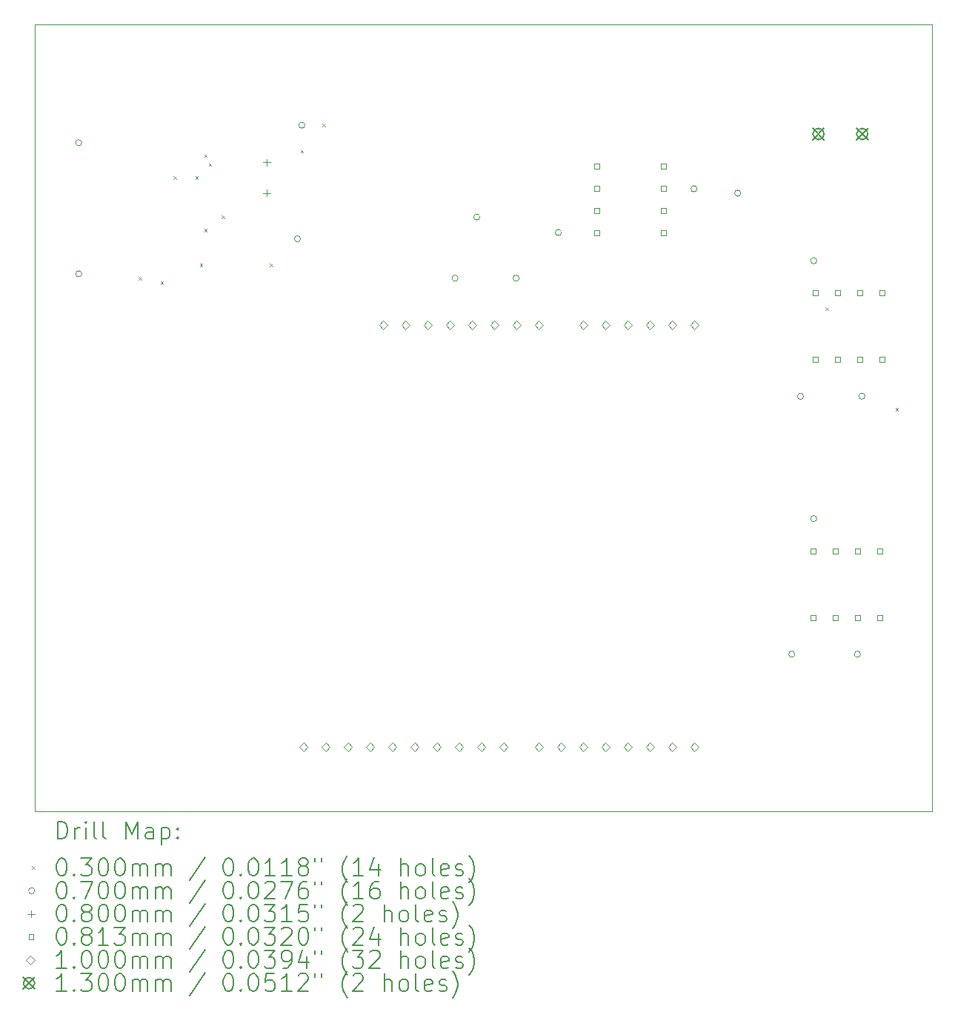
<source format=gbr>
%TF.GenerationSoftware,KiCad,Pcbnew,8.0.8*%
%TF.CreationDate,2025-03-06T15:40:06+05:30*%
%TF.ProjectId,bandara_ckt_pcb_naveen,62616e64-6172-4615-9f63-6b745f706362,v1*%
%TF.SameCoordinates,Original*%
%TF.FileFunction,Drillmap*%
%TF.FilePolarity,Positive*%
%FSLAX45Y45*%
G04 Gerber Fmt 4.5, Leading zero omitted, Abs format (unit mm)*
G04 Created by KiCad (PCBNEW 8.0.8) date 2025-03-06 15:40:06*
%MOMM*%
%LPD*%
G01*
G04 APERTURE LIST*
%ADD10C,0.050000*%
%ADD11C,0.200000*%
%ADD12C,0.100000*%
%ADD13C,0.130000*%
G04 APERTURE END LIST*
D10*
X4150000Y-3800000D02*
X14400000Y-3800000D01*
X14400000Y-12800000D01*
X4150000Y-12800000D01*
X4150000Y-3800000D01*
D11*
D12*
X5335000Y-6685000D02*
X5365000Y-6715000D01*
X5365000Y-6685000D02*
X5335000Y-6715000D01*
X5585000Y-6735000D02*
X5615000Y-6765000D01*
X5615000Y-6735000D02*
X5585000Y-6765000D01*
X5735000Y-5535000D02*
X5765000Y-5565000D01*
X5765000Y-5535000D02*
X5735000Y-5565000D01*
X5985000Y-5535000D02*
X6015000Y-5565000D01*
X6015000Y-5535000D02*
X5985000Y-5565000D01*
X6035000Y-6535000D02*
X6065000Y-6565000D01*
X6065000Y-6535000D02*
X6035000Y-6565000D01*
X6085000Y-5285000D02*
X6115000Y-5315000D01*
X6115000Y-5285000D02*
X6085000Y-5315000D01*
X6085000Y-6135000D02*
X6115000Y-6165000D01*
X6115000Y-6135000D02*
X6085000Y-6165000D01*
X6135000Y-5385000D02*
X6165000Y-5415000D01*
X6165000Y-5385000D02*
X6135000Y-5415000D01*
X6285000Y-5985000D02*
X6315000Y-6015000D01*
X6315000Y-5985000D02*
X6285000Y-6015000D01*
X6835000Y-6535000D02*
X6865000Y-6565000D01*
X6865000Y-6535000D02*
X6835000Y-6565000D01*
X7185000Y-5235000D02*
X7215000Y-5265000D01*
X7215000Y-5235000D02*
X7185000Y-5265000D01*
X7435000Y-4935000D02*
X7465000Y-4965000D01*
X7465000Y-4935000D02*
X7435000Y-4965000D01*
X13185000Y-7035000D02*
X13215000Y-7065000D01*
X13215000Y-7035000D02*
X13185000Y-7065000D01*
X13985000Y-8185000D02*
X14015000Y-8215000D01*
X14015000Y-8185000D02*
X13985000Y-8215000D01*
X4685000Y-5150000D02*
G75*
G02*
X4615000Y-5150000I-35000J0D01*
G01*
X4615000Y-5150000D02*
G75*
G02*
X4685000Y-5150000I35000J0D01*
G01*
X4685000Y-6650000D02*
G75*
G02*
X4615000Y-6650000I-35000J0D01*
G01*
X4615000Y-6650000D02*
G75*
G02*
X4685000Y-6650000I35000J0D01*
G01*
X7185000Y-6250000D02*
G75*
G02*
X7115000Y-6250000I-35000J0D01*
G01*
X7115000Y-6250000D02*
G75*
G02*
X7185000Y-6250000I35000J0D01*
G01*
X7235000Y-4950000D02*
G75*
G02*
X7165000Y-4950000I-35000J0D01*
G01*
X7165000Y-4950000D02*
G75*
G02*
X7235000Y-4950000I35000J0D01*
G01*
X8985000Y-6700000D02*
G75*
G02*
X8915000Y-6700000I-35000J0D01*
G01*
X8915000Y-6700000D02*
G75*
G02*
X8985000Y-6700000I35000J0D01*
G01*
X9235000Y-6000000D02*
G75*
G02*
X9165000Y-6000000I-35000J0D01*
G01*
X9165000Y-6000000D02*
G75*
G02*
X9235000Y-6000000I35000J0D01*
G01*
X9685000Y-6700000D02*
G75*
G02*
X9615000Y-6700000I-35000J0D01*
G01*
X9615000Y-6700000D02*
G75*
G02*
X9685000Y-6700000I35000J0D01*
G01*
X10166000Y-6177000D02*
G75*
G02*
X10096000Y-6177000I-35000J0D01*
G01*
X10096000Y-6177000D02*
G75*
G02*
X10166000Y-6177000I35000J0D01*
G01*
X11716000Y-5677000D02*
G75*
G02*
X11646000Y-5677000I-35000J0D01*
G01*
X11646000Y-5677000D02*
G75*
G02*
X11716000Y-5677000I35000J0D01*
G01*
X12216000Y-5727000D02*
G75*
G02*
X12146000Y-5727000I-35000J0D01*
G01*
X12146000Y-5727000D02*
G75*
G02*
X12216000Y-5727000I35000J0D01*
G01*
X12835000Y-11000000D02*
G75*
G02*
X12765000Y-11000000I-35000J0D01*
G01*
X12765000Y-11000000D02*
G75*
G02*
X12835000Y-11000000I35000J0D01*
G01*
X12935000Y-8050000D02*
G75*
G02*
X12865000Y-8050000I-35000J0D01*
G01*
X12865000Y-8050000D02*
G75*
G02*
X12935000Y-8050000I35000J0D01*
G01*
X13085000Y-6500000D02*
G75*
G02*
X13015000Y-6500000I-35000J0D01*
G01*
X13015000Y-6500000D02*
G75*
G02*
X13085000Y-6500000I35000J0D01*
G01*
X13085000Y-9450000D02*
G75*
G02*
X13015000Y-9450000I-35000J0D01*
G01*
X13015000Y-9450000D02*
G75*
G02*
X13085000Y-9450000I35000J0D01*
G01*
X13585000Y-11000000D02*
G75*
G02*
X13515000Y-11000000I-35000J0D01*
G01*
X13515000Y-11000000D02*
G75*
G02*
X13585000Y-11000000I35000J0D01*
G01*
X13635000Y-8050000D02*
G75*
G02*
X13565000Y-8050000I-35000J0D01*
G01*
X13565000Y-8050000D02*
G75*
G02*
X13635000Y-8050000I35000J0D01*
G01*
X6800000Y-5335000D02*
X6800000Y-5415000D01*
X6760000Y-5375000D02*
X6840000Y-5375000D01*
X6800000Y-5685000D02*
X6800000Y-5765000D01*
X6760000Y-5725000D02*
X6840000Y-5725000D01*
X10597737Y-5447737D02*
X10597737Y-5390263D01*
X10540263Y-5390263D01*
X10540263Y-5447737D01*
X10597737Y-5447737D01*
X10597737Y-5701737D02*
X10597737Y-5644263D01*
X10540263Y-5644263D01*
X10540263Y-5701737D01*
X10597737Y-5701737D01*
X10597737Y-5955737D02*
X10597737Y-5898263D01*
X10540263Y-5898263D01*
X10540263Y-5955737D01*
X10597737Y-5955737D01*
X10597737Y-6209737D02*
X10597737Y-6152263D01*
X10540263Y-6152263D01*
X10540263Y-6209737D01*
X10597737Y-6209737D01*
X11359737Y-5447737D02*
X11359737Y-5390263D01*
X11302263Y-5390263D01*
X11302263Y-5447737D01*
X11359737Y-5447737D01*
X11359737Y-5701737D02*
X11359737Y-5644263D01*
X11302263Y-5644263D01*
X11302263Y-5701737D01*
X11359737Y-5701737D01*
X11359737Y-5955737D02*
X11359737Y-5898263D01*
X11302263Y-5898263D01*
X11302263Y-5955737D01*
X11359737Y-5955737D01*
X11359737Y-6209737D02*
X11359737Y-6152263D01*
X11302263Y-6152263D01*
X11302263Y-6209737D01*
X11359737Y-6209737D01*
X13070737Y-9847737D02*
X13070737Y-9790263D01*
X13013263Y-9790263D01*
X13013263Y-9847737D01*
X13070737Y-9847737D01*
X13070737Y-10609737D02*
X13070737Y-10552263D01*
X13013263Y-10552263D01*
X13013263Y-10609737D01*
X13070737Y-10609737D01*
X13097737Y-6897737D02*
X13097737Y-6840263D01*
X13040263Y-6840263D01*
X13040263Y-6897737D01*
X13097737Y-6897737D01*
X13097737Y-7659737D02*
X13097737Y-7602263D01*
X13040263Y-7602263D01*
X13040263Y-7659737D01*
X13097737Y-7659737D01*
X13324737Y-9847737D02*
X13324737Y-9790263D01*
X13267263Y-9790263D01*
X13267263Y-9847737D01*
X13324737Y-9847737D01*
X13324737Y-10609737D02*
X13324737Y-10552263D01*
X13267263Y-10552263D01*
X13267263Y-10609737D01*
X13324737Y-10609737D01*
X13351737Y-6897737D02*
X13351737Y-6840263D01*
X13294263Y-6840263D01*
X13294263Y-6897737D01*
X13351737Y-6897737D01*
X13351737Y-7659737D02*
X13351737Y-7602263D01*
X13294263Y-7602263D01*
X13294263Y-7659737D01*
X13351737Y-7659737D01*
X13578737Y-9847737D02*
X13578737Y-9790263D01*
X13521263Y-9790263D01*
X13521263Y-9847737D01*
X13578737Y-9847737D01*
X13578737Y-10609737D02*
X13578737Y-10552263D01*
X13521263Y-10552263D01*
X13521263Y-10609737D01*
X13578737Y-10609737D01*
X13605737Y-6897737D02*
X13605737Y-6840263D01*
X13548263Y-6840263D01*
X13548263Y-6897737D01*
X13605737Y-6897737D01*
X13605737Y-7659737D02*
X13605737Y-7602263D01*
X13548263Y-7602263D01*
X13548263Y-7659737D01*
X13605737Y-7659737D01*
X13832737Y-9847737D02*
X13832737Y-9790263D01*
X13775263Y-9790263D01*
X13775263Y-9847737D01*
X13832737Y-9847737D01*
X13832737Y-10609737D02*
X13832737Y-10552263D01*
X13775263Y-10552263D01*
X13775263Y-10609737D01*
X13832737Y-10609737D01*
X13859737Y-6897737D02*
X13859737Y-6840263D01*
X13802263Y-6840263D01*
X13802263Y-6897737D01*
X13859737Y-6897737D01*
X13859737Y-7659737D02*
X13859737Y-7602263D01*
X13802263Y-7602263D01*
X13802263Y-7659737D01*
X13859737Y-7659737D01*
X7218500Y-12113000D02*
X7268500Y-12063000D01*
X7218500Y-12013000D01*
X7168500Y-12063000D01*
X7218500Y-12113000D01*
X7472500Y-12113000D02*
X7522500Y-12063000D01*
X7472500Y-12013000D01*
X7422500Y-12063000D01*
X7472500Y-12113000D01*
X7726500Y-12113000D02*
X7776500Y-12063000D01*
X7726500Y-12013000D01*
X7676500Y-12063000D01*
X7726500Y-12113000D01*
X7980500Y-12113000D02*
X8030500Y-12063000D01*
X7980500Y-12013000D01*
X7930500Y-12063000D01*
X7980500Y-12113000D01*
X8132500Y-7287000D02*
X8182500Y-7237000D01*
X8132500Y-7187000D01*
X8082500Y-7237000D01*
X8132500Y-7287000D01*
X8234500Y-12113000D02*
X8284500Y-12063000D01*
X8234500Y-12013000D01*
X8184500Y-12063000D01*
X8234500Y-12113000D01*
X8386500Y-7287000D02*
X8436500Y-7237000D01*
X8386500Y-7187000D01*
X8336500Y-7237000D01*
X8386500Y-7287000D01*
X8488500Y-12113000D02*
X8538500Y-12063000D01*
X8488500Y-12013000D01*
X8438500Y-12063000D01*
X8488500Y-12113000D01*
X8640500Y-7287000D02*
X8690500Y-7237000D01*
X8640500Y-7187000D01*
X8590500Y-7237000D01*
X8640500Y-7287000D01*
X8742500Y-12113000D02*
X8792500Y-12063000D01*
X8742500Y-12013000D01*
X8692500Y-12063000D01*
X8742500Y-12113000D01*
X8894500Y-7287000D02*
X8944500Y-7237000D01*
X8894500Y-7187000D01*
X8844500Y-7237000D01*
X8894500Y-7287000D01*
X8996500Y-12113000D02*
X9046500Y-12063000D01*
X8996500Y-12013000D01*
X8946500Y-12063000D01*
X8996500Y-12113000D01*
X9148500Y-7287000D02*
X9198500Y-7237000D01*
X9148500Y-7187000D01*
X9098500Y-7237000D01*
X9148500Y-7287000D01*
X9250500Y-12113000D02*
X9300500Y-12063000D01*
X9250500Y-12013000D01*
X9200500Y-12063000D01*
X9250500Y-12113000D01*
X9402500Y-7287000D02*
X9452500Y-7237000D01*
X9402500Y-7187000D01*
X9352500Y-7237000D01*
X9402500Y-7287000D01*
X9504500Y-12113000D02*
X9554500Y-12063000D01*
X9504500Y-12013000D01*
X9454500Y-12063000D01*
X9504500Y-12113000D01*
X9656500Y-7287000D02*
X9706500Y-7237000D01*
X9656500Y-7187000D01*
X9606500Y-7237000D01*
X9656500Y-7287000D01*
X9910500Y-7287000D02*
X9960500Y-7237000D01*
X9910500Y-7187000D01*
X9860500Y-7237000D01*
X9910500Y-7287000D01*
X9910500Y-12113000D02*
X9960500Y-12063000D01*
X9910500Y-12013000D01*
X9860500Y-12063000D01*
X9910500Y-12113000D01*
X10164500Y-12113000D02*
X10214500Y-12063000D01*
X10164500Y-12013000D01*
X10114500Y-12063000D01*
X10164500Y-12113000D01*
X10418500Y-7287000D02*
X10468500Y-7237000D01*
X10418500Y-7187000D01*
X10368500Y-7237000D01*
X10418500Y-7287000D01*
X10418500Y-12113000D02*
X10468500Y-12063000D01*
X10418500Y-12013000D01*
X10368500Y-12063000D01*
X10418500Y-12113000D01*
X10672500Y-7287000D02*
X10722500Y-7237000D01*
X10672500Y-7187000D01*
X10622500Y-7237000D01*
X10672500Y-7287000D01*
X10672500Y-12113000D02*
X10722500Y-12063000D01*
X10672500Y-12013000D01*
X10622500Y-12063000D01*
X10672500Y-12113000D01*
X10926500Y-7287000D02*
X10976500Y-7237000D01*
X10926500Y-7187000D01*
X10876500Y-7237000D01*
X10926500Y-7287000D01*
X10926500Y-12113000D02*
X10976500Y-12063000D01*
X10926500Y-12013000D01*
X10876500Y-12063000D01*
X10926500Y-12113000D01*
X11180500Y-7287000D02*
X11230500Y-7237000D01*
X11180500Y-7187000D01*
X11130500Y-7237000D01*
X11180500Y-7287000D01*
X11180500Y-12113000D02*
X11230500Y-12063000D01*
X11180500Y-12013000D01*
X11130500Y-12063000D01*
X11180500Y-12113000D01*
X11434500Y-7287000D02*
X11484500Y-7237000D01*
X11434500Y-7187000D01*
X11384500Y-7237000D01*
X11434500Y-7287000D01*
X11434500Y-12113000D02*
X11484500Y-12063000D01*
X11434500Y-12013000D01*
X11384500Y-12063000D01*
X11434500Y-12113000D01*
X11688500Y-7287000D02*
X11738500Y-7237000D01*
X11688500Y-7187000D01*
X11638500Y-7237000D01*
X11688500Y-7287000D01*
X11688500Y-12113000D02*
X11738500Y-12063000D01*
X11688500Y-12013000D01*
X11638500Y-12063000D01*
X11688500Y-12113000D01*
D13*
X13040250Y-4985000D02*
X13170250Y-5115000D01*
X13170250Y-4985000D02*
X13040250Y-5115000D01*
X13170250Y-5050000D02*
G75*
G02*
X13040250Y-5050000I-65000J0D01*
G01*
X13040250Y-5050000D02*
G75*
G02*
X13170250Y-5050000I65000J0D01*
G01*
X13540250Y-4985000D02*
X13670250Y-5115000D01*
X13670250Y-4985000D02*
X13540250Y-5115000D01*
X13670250Y-5050000D02*
G75*
G02*
X13540250Y-5050000I-65000J0D01*
G01*
X13540250Y-5050000D02*
G75*
G02*
X13670250Y-5050000I65000J0D01*
G01*
D11*
X4408277Y-13113984D02*
X4408277Y-12913984D01*
X4408277Y-12913984D02*
X4455896Y-12913984D01*
X4455896Y-12913984D02*
X4484467Y-12923508D01*
X4484467Y-12923508D02*
X4503515Y-12942555D01*
X4503515Y-12942555D02*
X4513039Y-12961603D01*
X4513039Y-12961603D02*
X4522563Y-12999698D01*
X4522563Y-12999698D02*
X4522563Y-13028269D01*
X4522563Y-13028269D02*
X4513039Y-13066365D01*
X4513039Y-13066365D02*
X4503515Y-13085412D01*
X4503515Y-13085412D02*
X4484467Y-13104460D01*
X4484467Y-13104460D02*
X4455896Y-13113984D01*
X4455896Y-13113984D02*
X4408277Y-13113984D01*
X4608277Y-13113984D02*
X4608277Y-12980650D01*
X4608277Y-13018746D02*
X4617801Y-12999698D01*
X4617801Y-12999698D02*
X4627324Y-12990174D01*
X4627324Y-12990174D02*
X4646372Y-12980650D01*
X4646372Y-12980650D02*
X4665420Y-12980650D01*
X4732086Y-13113984D02*
X4732086Y-12980650D01*
X4732086Y-12913984D02*
X4722563Y-12923508D01*
X4722563Y-12923508D02*
X4732086Y-12933031D01*
X4732086Y-12933031D02*
X4741610Y-12923508D01*
X4741610Y-12923508D02*
X4732086Y-12913984D01*
X4732086Y-12913984D02*
X4732086Y-12933031D01*
X4855896Y-13113984D02*
X4836848Y-13104460D01*
X4836848Y-13104460D02*
X4827324Y-13085412D01*
X4827324Y-13085412D02*
X4827324Y-12913984D01*
X4960658Y-13113984D02*
X4941610Y-13104460D01*
X4941610Y-13104460D02*
X4932086Y-13085412D01*
X4932086Y-13085412D02*
X4932086Y-12913984D01*
X5189229Y-13113984D02*
X5189229Y-12913984D01*
X5189229Y-12913984D02*
X5255896Y-13056841D01*
X5255896Y-13056841D02*
X5322563Y-12913984D01*
X5322563Y-12913984D02*
X5322563Y-13113984D01*
X5503515Y-13113984D02*
X5503515Y-13009222D01*
X5503515Y-13009222D02*
X5493991Y-12990174D01*
X5493991Y-12990174D02*
X5474944Y-12980650D01*
X5474944Y-12980650D02*
X5436848Y-12980650D01*
X5436848Y-12980650D02*
X5417801Y-12990174D01*
X5503515Y-13104460D02*
X5484467Y-13113984D01*
X5484467Y-13113984D02*
X5436848Y-13113984D01*
X5436848Y-13113984D02*
X5417801Y-13104460D01*
X5417801Y-13104460D02*
X5408277Y-13085412D01*
X5408277Y-13085412D02*
X5408277Y-13066365D01*
X5408277Y-13066365D02*
X5417801Y-13047317D01*
X5417801Y-13047317D02*
X5436848Y-13037793D01*
X5436848Y-13037793D02*
X5484467Y-13037793D01*
X5484467Y-13037793D02*
X5503515Y-13028269D01*
X5598753Y-12980650D02*
X5598753Y-13180650D01*
X5598753Y-12990174D02*
X5617801Y-12980650D01*
X5617801Y-12980650D02*
X5655896Y-12980650D01*
X5655896Y-12980650D02*
X5674943Y-12990174D01*
X5674943Y-12990174D02*
X5684467Y-12999698D01*
X5684467Y-12999698D02*
X5693991Y-13018746D01*
X5693991Y-13018746D02*
X5693991Y-13075888D01*
X5693991Y-13075888D02*
X5684467Y-13094936D01*
X5684467Y-13094936D02*
X5674943Y-13104460D01*
X5674943Y-13104460D02*
X5655896Y-13113984D01*
X5655896Y-13113984D02*
X5617801Y-13113984D01*
X5617801Y-13113984D02*
X5598753Y-13104460D01*
X5779705Y-13094936D02*
X5789229Y-13104460D01*
X5789229Y-13104460D02*
X5779705Y-13113984D01*
X5779705Y-13113984D02*
X5770182Y-13104460D01*
X5770182Y-13104460D02*
X5779705Y-13094936D01*
X5779705Y-13094936D02*
X5779705Y-13113984D01*
X5779705Y-12990174D02*
X5789229Y-12999698D01*
X5789229Y-12999698D02*
X5779705Y-13009222D01*
X5779705Y-13009222D02*
X5770182Y-12999698D01*
X5770182Y-12999698D02*
X5779705Y-12990174D01*
X5779705Y-12990174D02*
X5779705Y-13009222D01*
D12*
X4117500Y-13427500D02*
X4147500Y-13457500D01*
X4147500Y-13427500D02*
X4117500Y-13457500D01*
D11*
X4446372Y-13333984D02*
X4465420Y-13333984D01*
X4465420Y-13333984D02*
X4484467Y-13343508D01*
X4484467Y-13343508D02*
X4493991Y-13353031D01*
X4493991Y-13353031D02*
X4503515Y-13372079D01*
X4503515Y-13372079D02*
X4513039Y-13410174D01*
X4513039Y-13410174D02*
X4513039Y-13457793D01*
X4513039Y-13457793D02*
X4503515Y-13495888D01*
X4503515Y-13495888D02*
X4493991Y-13514936D01*
X4493991Y-13514936D02*
X4484467Y-13524460D01*
X4484467Y-13524460D02*
X4465420Y-13533984D01*
X4465420Y-13533984D02*
X4446372Y-13533984D01*
X4446372Y-13533984D02*
X4427324Y-13524460D01*
X4427324Y-13524460D02*
X4417801Y-13514936D01*
X4417801Y-13514936D02*
X4408277Y-13495888D01*
X4408277Y-13495888D02*
X4398753Y-13457793D01*
X4398753Y-13457793D02*
X4398753Y-13410174D01*
X4398753Y-13410174D02*
X4408277Y-13372079D01*
X4408277Y-13372079D02*
X4417801Y-13353031D01*
X4417801Y-13353031D02*
X4427324Y-13343508D01*
X4427324Y-13343508D02*
X4446372Y-13333984D01*
X4598753Y-13514936D02*
X4608277Y-13524460D01*
X4608277Y-13524460D02*
X4598753Y-13533984D01*
X4598753Y-13533984D02*
X4589229Y-13524460D01*
X4589229Y-13524460D02*
X4598753Y-13514936D01*
X4598753Y-13514936D02*
X4598753Y-13533984D01*
X4674944Y-13333984D02*
X4798753Y-13333984D01*
X4798753Y-13333984D02*
X4732086Y-13410174D01*
X4732086Y-13410174D02*
X4760658Y-13410174D01*
X4760658Y-13410174D02*
X4779705Y-13419698D01*
X4779705Y-13419698D02*
X4789229Y-13429222D01*
X4789229Y-13429222D02*
X4798753Y-13448269D01*
X4798753Y-13448269D02*
X4798753Y-13495888D01*
X4798753Y-13495888D02*
X4789229Y-13514936D01*
X4789229Y-13514936D02*
X4779705Y-13524460D01*
X4779705Y-13524460D02*
X4760658Y-13533984D01*
X4760658Y-13533984D02*
X4703515Y-13533984D01*
X4703515Y-13533984D02*
X4684467Y-13524460D01*
X4684467Y-13524460D02*
X4674944Y-13514936D01*
X4922563Y-13333984D02*
X4941610Y-13333984D01*
X4941610Y-13333984D02*
X4960658Y-13343508D01*
X4960658Y-13343508D02*
X4970182Y-13353031D01*
X4970182Y-13353031D02*
X4979705Y-13372079D01*
X4979705Y-13372079D02*
X4989229Y-13410174D01*
X4989229Y-13410174D02*
X4989229Y-13457793D01*
X4989229Y-13457793D02*
X4979705Y-13495888D01*
X4979705Y-13495888D02*
X4970182Y-13514936D01*
X4970182Y-13514936D02*
X4960658Y-13524460D01*
X4960658Y-13524460D02*
X4941610Y-13533984D01*
X4941610Y-13533984D02*
X4922563Y-13533984D01*
X4922563Y-13533984D02*
X4903515Y-13524460D01*
X4903515Y-13524460D02*
X4893991Y-13514936D01*
X4893991Y-13514936D02*
X4884467Y-13495888D01*
X4884467Y-13495888D02*
X4874944Y-13457793D01*
X4874944Y-13457793D02*
X4874944Y-13410174D01*
X4874944Y-13410174D02*
X4884467Y-13372079D01*
X4884467Y-13372079D02*
X4893991Y-13353031D01*
X4893991Y-13353031D02*
X4903515Y-13343508D01*
X4903515Y-13343508D02*
X4922563Y-13333984D01*
X5113039Y-13333984D02*
X5132086Y-13333984D01*
X5132086Y-13333984D02*
X5151134Y-13343508D01*
X5151134Y-13343508D02*
X5160658Y-13353031D01*
X5160658Y-13353031D02*
X5170182Y-13372079D01*
X5170182Y-13372079D02*
X5179705Y-13410174D01*
X5179705Y-13410174D02*
X5179705Y-13457793D01*
X5179705Y-13457793D02*
X5170182Y-13495888D01*
X5170182Y-13495888D02*
X5160658Y-13514936D01*
X5160658Y-13514936D02*
X5151134Y-13524460D01*
X5151134Y-13524460D02*
X5132086Y-13533984D01*
X5132086Y-13533984D02*
X5113039Y-13533984D01*
X5113039Y-13533984D02*
X5093991Y-13524460D01*
X5093991Y-13524460D02*
X5084467Y-13514936D01*
X5084467Y-13514936D02*
X5074944Y-13495888D01*
X5074944Y-13495888D02*
X5065420Y-13457793D01*
X5065420Y-13457793D02*
X5065420Y-13410174D01*
X5065420Y-13410174D02*
X5074944Y-13372079D01*
X5074944Y-13372079D02*
X5084467Y-13353031D01*
X5084467Y-13353031D02*
X5093991Y-13343508D01*
X5093991Y-13343508D02*
X5113039Y-13333984D01*
X5265420Y-13533984D02*
X5265420Y-13400650D01*
X5265420Y-13419698D02*
X5274944Y-13410174D01*
X5274944Y-13410174D02*
X5293991Y-13400650D01*
X5293991Y-13400650D02*
X5322563Y-13400650D01*
X5322563Y-13400650D02*
X5341610Y-13410174D01*
X5341610Y-13410174D02*
X5351134Y-13429222D01*
X5351134Y-13429222D02*
X5351134Y-13533984D01*
X5351134Y-13429222D02*
X5360658Y-13410174D01*
X5360658Y-13410174D02*
X5379705Y-13400650D01*
X5379705Y-13400650D02*
X5408277Y-13400650D01*
X5408277Y-13400650D02*
X5427325Y-13410174D01*
X5427325Y-13410174D02*
X5436848Y-13429222D01*
X5436848Y-13429222D02*
X5436848Y-13533984D01*
X5532086Y-13533984D02*
X5532086Y-13400650D01*
X5532086Y-13419698D02*
X5541610Y-13410174D01*
X5541610Y-13410174D02*
X5560658Y-13400650D01*
X5560658Y-13400650D02*
X5589229Y-13400650D01*
X5589229Y-13400650D02*
X5608277Y-13410174D01*
X5608277Y-13410174D02*
X5617801Y-13429222D01*
X5617801Y-13429222D02*
X5617801Y-13533984D01*
X5617801Y-13429222D02*
X5627324Y-13410174D01*
X5627324Y-13410174D02*
X5646372Y-13400650D01*
X5646372Y-13400650D02*
X5674943Y-13400650D01*
X5674943Y-13400650D02*
X5693991Y-13410174D01*
X5693991Y-13410174D02*
X5703515Y-13429222D01*
X5703515Y-13429222D02*
X5703515Y-13533984D01*
X6093991Y-13324460D02*
X5922563Y-13581603D01*
X6351134Y-13333984D02*
X6370182Y-13333984D01*
X6370182Y-13333984D02*
X6389229Y-13343508D01*
X6389229Y-13343508D02*
X6398753Y-13353031D01*
X6398753Y-13353031D02*
X6408277Y-13372079D01*
X6408277Y-13372079D02*
X6417801Y-13410174D01*
X6417801Y-13410174D02*
X6417801Y-13457793D01*
X6417801Y-13457793D02*
X6408277Y-13495888D01*
X6408277Y-13495888D02*
X6398753Y-13514936D01*
X6398753Y-13514936D02*
X6389229Y-13524460D01*
X6389229Y-13524460D02*
X6370182Y-13533984D01*
X6370182Y-13533984D02*
X6351134Y-13533984D01*
X6351134Y-13533984D02*
X6332086Y-13524460D01*
X6332086Y-13524460D02*
X6322563Y-13514936D01*
X6322563Y-13514936D02*
X6313039Y-13495888D01*
X6313039Y-13495888D02*
X6303515Y-13457793D01*
X6303515Y-13457793D02*
X6303515Y-13410174D01*
X6303515Y-13410174D02*
X6313039Y-13372079D01*
X6313039Y-13372079D02*
X6322563Y-13353031D01*
X6322563Y-13353031D02*
X6332086Y-13343508D01*
X6332086Y-13343508D02*
X6351134Y-13333984D01*
X6503515Y-13514936D02*
X6513039Y-13524460D01*
X6513039Y-13524460D02*
X6503515Y-13533984D01*
X6503515Y-13533984D02*
X6493991Y-13524460D01*
X6493991Y-13524460D02*
X6503515Y-13514936D01*
X6503515Y-13514936D02*
X6503515Y-13533984D01*
X6636848Y-13333984D02*
X6655896Y-13333984D01*
X6655896Y-13333984D02*
X6674944Y-13343508D01*
X6674944Y-13343508D02*
X6684467Y-13353031D01*
X6684467Y-13353031D02*
X6693991Y-13372079D01*
X6693991Y-13372079D02*
X6703515Y-13410174D01*
X6703515Y-13410174D02*
X6703515Y-13457793D01*
X6703515Y-13457793D02*
X6693991Y-13495888D01*
X6693991Y-13495888D02*
X6684467Y-13514936D01*
X6684467Y-13514936D02*
X6674944Y-13524460D01*
X6674944Y-13524460D02*
X6655896Y-13533984D01*
X6655896Y-13533984D02*
X6636848Y-13533984D01*
X6636848Y-13533984D02*
X6617801Y-13524460D01*
X6617801Y-13524460D02*
X6608277Y-13514936D01*
X6608277Y-13514936D02*
X6598753Y-13495888D01*
X6598753Y-13495888D02*
X6589229Y-13457793D01*
X6589229Y-13457793D02*
X6589229Y-13410174D01*
X6589229Y-13410174D02*
X6598753Y-13372079D01*
X6598753Y-13372079D02*
X6608277Y-13353031D01*
X6608277Y-13353031D02*
X6617801Y-13343508D01*
X6617801Y-13343508D02*
X6636848Y-13333984D01*
X6893991Y-13533984D02*
X6779706Y-13533984D01*
X6836848Y-13533984D02*
X6836848Y-13333984D01*
X6836848Y-13333984D02*
X6817801Y-13362555D01*
X6817801Y-13362555D02*
X6798753Y-13381603D01*
X6798753Y-13381603D02*
X6779706Y-13391127D01*
X7084467Y-13533984D02*
X6970182Y-13533984D01*
X7027325Y-13533984D02*
X7027325Y-13333984D01*
X7027325Y-13333984D02*
X7008277Y-13362555D01*
X7008277Y-13362555D02*
X6989229Y-13381603D01*
X6989229Y-13381603D02*
X6970182Y-13391127D01*
X7198753Y-13419698D02*
X7179706Y-13410174D01*
X7179706Y-13410174D02*
X7170182Y-13400650D01*
X7170182Y-13400650D02*
X7160658Y-13381603D01*
X7160658Y-13381603D02*
X7160658Y-13372079D01*
X7160658Y-13372079D02*
X7170182Y-13353031D01*
X7170182Y-13353031D02*
X7179706Y-13343508D01*
X7179706Y-13343508D02*
X7198753Y-13333984D01*
X7198753Y-13333984D02*
X7236848Y-13333984D01*
X7236848Y-13333984D02*
X7255896Y-13343508D01*
X7255896Y-13343508D02*
X7265420Y-13353031D01*
X7265420Y-13353031D02*
X7274944Y-13372079D01*
X7274944Y-13372079D02*
X7274944Y-13381603D01*
X7274944Y-13381603D02*
X7265420Y-13400650D01*
X7265420Y-13400650D02*
X7255896Y-13410174D01*
X7255896Y-13410174D02*
X7236848Y-13419698D01*
X7236848Y-13419698D02*
X7198753Y-13419698D01*
X7198753Y-13419698D02*
X7179706Y-13429222D01*
X7179706Y-13429222D02*
X7170182Y-13438746D01*
X7170182Y-13438746D02*
X7160658Y-13457793D01*
X7160658Y-13457793D02*
X7160658Y-13495888D01*
X7160658Y-13495888D02*
X7170182Y-13514936D01*
X7170182Y-13514936D02*
X7179706Y-13524460D01*
X7179706Y-13524460D02*
X7198753Y-13533984D01*
X7198753Y-13533984D02*
X7236848Y-13533984D01*
X7236848Y-13533984D02*
X7255896Y-13524460D01*
X7255896Y-13524460D02*
X7265420Y-13514936D01*
X7265420Y-13514936D02*
X7274944Y-13495888D01*
X7274944Y-13495888D02*
X7274944Y-13457793D01*
X7274944Y-13457793D02*
X7265420Y-13438746D01*
X7265420Y-13438746D02*
X7255896Y-13429222D01*
X7255896Y-13429222D02*
X7236848Y-13419698D01*
X7351134Y-13333984D02*
X7351134Y-13372079D01*
X7427325Y-13333984D02*
X7427325Y-13372079D01*
X7722563Y-13610174D02*
X7713039Y-13600650D01*
X7713039Y-13600650D02*
X7693991Y-13572079D01*
X7693991Y-13572079D02*
X7684468Y-13553031D01*
X7684468Y-13553031D02*
X7674944Y-13524460D01*
X7674944Y-13524460D02*
X7665420Y-13476841D01*
X7665420Y-13476841D02*
X7665420Y-13438746D01*
X7665420Y-13438746D02*
X7674944Y-13391127D01*
X7674944Y-13391127D02*
X7684468Y-13362555D01*
X7684468Y-13362555D02*
X7693991Y-13343508D01*
X7693991Y-13343508D02*
X7713039Y-13314936D01*
X7713039Y-13314936D02*
X7722563Y-13305412D01*
X7903515Y-13533984D02*
X7789229Y-13533984D01*
X7846372Y-13533984D02*
X7846372Y-13333984D01*
X7846372Y-13333984D02*
X7827325Y-13362555D01*
X7827325Y-13362555D02*
X7808277Y-13381603D01*
X7808277Y-13381603D02*
X7789229Y-13391127D01*
X8074944Y-13400650D02*
X8074944Y-13533984D01*
X8027325Y-13324460D02*
X7979706Y-13467317D01*
X7979706Y-13467317D02*
X8103515Y-13467317D01*
X8332087Y-13533984D02*
X8332087Y-13333984D01*
X8417801Y-13533984D02*
X8417801Y-13429222D01*
X8417801Y-13429222D02*
X8408277Y-13410174D01*
X8408277Y-13410174D02*
X8389230Y-13400650D01*
X8389230Y-13400650D02*
X8360658Y-13400650D01*
X8360658Y-13400650D02*
X8341610Y-13410174D01*
X8341610Y-13410174D02*
X8332087Y-13419698D01*
X8541611Y-13533984D02*
X8522563Y-13524460D01*
X8522563Y-13524460D02*
X8513039Y-13514936D01*
X8513039Y-13514936D02*
X8503515Y-13495888D01*
X8503515Y-13495888D02*
X8503515Y-13438746D01*
X8503515Y-13438746D02*
X8513039Y-13419698D01*
X8513039Y-13419698D02*
X8522563Y-13410174D01*
X8522563Y-13410174D02*
X8541611Y-13400650D01*
X8541611Y-13400650D02*
X8570182Y-13400650D01*
X8570182Y-13400650D02*
X8589230Y-13410174D01*
X8589230Y-13410174D02*
X8598753Y-13419698D01*
X8598753Y-13419698D02*
X8608277Y-13438746D01*
X8608277Y-13438746D02*
X8608277Y-13495888D01*
X8608277Y-13495888D02*
X8598753Y-13514936D01*
X8598753Y-13514936D02*
X8589230Y-13524460D01*
X8589230Y-13524460D02*
X8570182Y-13533984D01*
X8570182Y-13533984D02*
X8541611Y-13533984D01*
X8722563Y-13533984D02*
X8703515Y-13524460D01*
X8703515Y-13524460D02*
X8693992Y-13505412D01*
X8693992Y-13505412D02*
X8693992Y-13333984D01*
X8874944Y-13524460D02*
X8855896Y-13533984D01*
X8855896Y-13533984D02*
X8817801Y-13533984D01*
X8817801Y-13533984D02*
X8798753Y-13524460D01*
X8798753Y-13524460D02*
X8789230Y-13505412D01*
X8789230Y-13505412D02*
X8789230Y-13429222D01*
X8789230Y-13429222D02*
X8798753Y-13410174D01*
X8798753Y-13410174D02*
X8817801Y-13400650D01*
X8817801Y-13400650D02*
X8855896Y-13400650D01*
X8855896Y-13400650D02*
X8874944Y-13410174D01*
X8874944Y-13410174D02*
X8884468Y-13429222D01*
X8884468Y-13429222D02*
X8884468Y-13448269D01*
X8884468Y-13448269D02*
X8789230Y-13467317D01*
X8960658Y-13524460D02*
X8979706Y-13533984D01*
X8979706Y-13533984D02*
X9017801Y-13533984D01*
X9017801Y-13533984D02*
X9036849Y-13524460D01*
X9036849Y-13524460D02*
X9046373Y-13505412D01*
X9046373Y-13505412D02*
X9046373Y-13495888D01*
X9046373Y-13495888D02*
X9036849Y-13476841D01*
X9036849Y-13476841D02*
X9017801Y-13467317D01*
X9017801Y-13467317D02*
X8989230Y-13467317D01*
X8989230Y-13467317D02*
X8970182Y-13457793D01*
X8970182Y-13457793D02*
X8960658Y-13438746D01*
X8960658Y-13438746D02*
X8960658Y-13429222D01*
X8960658Y-13429222D02*
X8970182Y-13410174D01*
X8970182Y-13410174D02*
X8989230Y-13400650D01*
X8989230Y-13400650D02*
X9017801Y-13400650D01*
X9017801Y-13400650D02*
X9036849Y-13410174D01*
X9113039Y-13610174D02*
X9122563Y-13600650D01*
X9122563Y-13600650D02*
X9141611Y-13572079D01*
X9141611Y-13572079D02*
X9151134Y-13553031D01*
X9151134Y-13553031D02*
X9160658Y-13524460D01*
X9160658Y-13524460D02*
X9170182Y-13476841D01*
X9170182Y-13476841D02*
X9170182Y-13438746D01*
X9170182Y-13438746D02*
X9160658Y-13391127D01*
X9160658Y-13391127D02*
X9151134Y-13362555D01*
X9151134Y-13362555D02*
X9141611Y-13343508D01*
X9141611Y-13343508D02*
X9122563Y-13314936D01*
X9122563Y-13314936D02*
X9113039Y-13305412D01*
D12*
X4147500Y-13706500D02*
G75*
G02*
X4077500Y-13706500I-35000J0D01*
G01*
X4077500Y-13706500D02*
G75*
G02*
X4147500Y-13706500I35000J0D01*
G01*
D11*
X4446372Y-13597984D02*
X4465420Y-13597984D01*
X4465420Y-13597984D02*
X4484467Y-13607508D01*
X4484467Y-13607508D02*
X4493991Y-13617031D01*
X4493991Y-13617031D02*
X4503515Y-13636079D01*
X4503515Y-13636079D02*
X4513039Y-13674174D01*
X4513039Y-13674174D02*
X4513039Y-13721793D01*
X4513039Y-13721793D02*
X4503515Y-13759888D01*
X4503515Y-13759888D02*
X4493991Y-13778936D01*
X4493991Y-13778936D02*
X4484467Y-13788460D01*
X4484467Y-13788460D02*
X4465420Y-13797984D01*
X4465420Y-13797984D02*
X4446372Y-13797984D01*
X4446372Y-13797984D02*
X4427324Y-13788460D01*
X4427324Y-13788460D02*
X4417801Y-13778936D01*
X4417801Y-13778936D02*
X4408277Y-13759888D01*
X4408277Y-13759888D02*
X4398753Y-13721793D01*
X4398753Y-13721793D02*
X4398753Y-13674174D01*
X4398753Y-13674174D02*
X4408277Y-13636079D01*
X4408277Y-13636079D02*
X4417801Y-13617031D01*
X4417801Y-13617031D02*
X4427324Y-13607508D01*
X4427324Y-13607508D02*
X4446372Y-13597984D01*
X4598753Y-13778936D02*
X4608277Y-13788460D01*
X4608277Y-13788460D02*
X4598753Y-13797984D01*
X4598753Y-13797984D02*
X4589229Y-13788460D01*
X4589229Y-13788460D02*
X4598753Y-13778936D01*
X4598753Y-13778936D02*
X4598753Y-13797984D01*
X4674944Y-13597984D02*
X4808277Y-13597984D01*
X4808277Y-13597984D02*
X4722563Y-13797984D01*
X4922563Y-13597984D02*
X4941610Y-13597984D01*
X4941610Y-13597984D02*
X4960658Y-13607508D01*
X4960658Y-13607508D02*
X4970182Y-13617031D01*
X4970182Y-13617031D02*
X4979705Y-13636079D01*
X4979705Y-13636079D02*
X4989229Y-13674174D01*
X4989229Y-13674174D02*
X4989229Y-13721793D01*
X4989229Y-13721793D02*
X4979705Y-13759888D01*
X4979705Y-13759888D02*
X4970182Y-13778936D01*
X4970182Y-13778936D02*
X4960658Y-13788460D01*
X4960658Y-13788460D02*
X4941610Y-13797984D01*
X4941610Y-13797984D02*
X4922563Y-13797984D01*
X4922563Y-13797984D02*
X4903515Y-13788460D01*
X4903515Y-13788460D02*
X4893991Y-13778936D01*
X4893991Y-13778936D02*
X4884467Y-13759888D01*
X4884467Y-13759888D02*
X4874944Y-13721793D01*
X4874944Y-13721793D02*
X4874944Y-13674174D01*
X4874944Y-13674174D02*
X4884467Y-13636079D01*
X4884467Y-13636079D02*
X4893991Y-13617031D01*
X4893991Y-13617031D02*
X4903515Y-13607508D01*
X4903515Y-13607508D02*
X4922563Y-13597984D01*
X5113039Y-13597984D02*
X5132086Y-13597984D01*
X5132086Y-13597984D02*
X5151134Y-13607508D01*
X5151134Y-13607508D02*
X5160658Y-13617031D01*
X5160658Y-13617031D02*
X5170182Y-13636079D01*
X5170182Y-13636079D02*
X5179705Y-13674174D01*
X5179705Y-13674174D02*
X5179705Y-13721793D01*
X5179705Y-13721793D02*
X5170182Y-13759888D01*
X5170182Y-13759888D02*
X5160658Y-13778936D01*
X5160658Y-13778936D02*
X5151134Y-13788460D01*
X5151134Y-13788460D02*
X5132086Y-13797984D01*
X5132086Y-13797984D02*
X5113039Y-13797984D01*
X5113039Y-13797984D02*
X5093991Y-13788460D01*
X5093991Y-13788460D02*
X5084467Y-13778936D01*
X5084467Y-13778936D02*
X5074944Y-13759888D01*
X5074944Y-13759888D02*
X5065420Y-13721793D01*
X5065420Y-13721793D02*
X5065420Y-13674174D01*
X5065420Y-13674174D02*
X5074944Y-13636079D01*
X5074944Y-13636079D02*
X5084467Y-13617031D01*
X5084467Y-13617031D02*
X5093991Y-13607508D01*
X5093991Y-13607508D02*
X5113039Y-13597984D01*
X5265420Y-13797984D02*
X5265420Y-13664650D01*
X5265420Y-13683698D02*
X5274944Y-13674174D01*
X5274944Y-13674174D02*
X5293991Y-13664650D01*
X5293991Y-13664650D02*
X5322563Y-13664650D01*
X5322563Y-13664650D02*
X5341610Y-13674174D01*
X5341610Y-13674174D02*
X5351134Y-13693222D01*
X5351134Y-13693222D02*
X5351134Y-13797984D01*
X5351134Y-13693222D02*
X5360658Y-13674174D01*
X5360658Y-13674174D02*
X5379705Y-13664650D01*
X5379705Y-13664650D02*
X5408277Y-13664650D01*
X5408277Y-13664650D02*
X5427325Y-13674174D01*
X5427325Y-13674174D02*
X5436848Y-13693222D01*
X5436848Y-13693222D02*
X5436848Y-13797984D01*
X5532086Y-13797984D02*
X5532086Y-13664650D01*
X5532086Y-13683698D02*
X5541610Y-13674174D01*
X5541610Y-13674174D02*
X5560658Y-13664650D01*
X5560658Y-13664650D02*
X5589229Y-13664650D01*
X5589229Y-13664650D02*
X5608277Y-13674174D01*
X5608277Y-13674174D02*
X5617801Y-13693222D01*
X5617801Y-13693222D02*
X5617801Y-13797984D01*
X5617801Y-13693222D02*
X5627324Y-13674174D01*
X5627324Y-13674174D02*
X5646372Y-13664650D01*
X5646372Y-13664650D02*
X5674943Y-13664650D01*
X5674943Y-13664650D02*
X5693991Y-13674174D01*
X5693991Y-13674174D02*
X5703515Y-13693222D01*
X5703515Y-13693222D02*
X5703515Y-13797984D01*
X6093991Y-13588460D02*
X5922563Y-13845603D01*
X6351134Y-13597984D02*
X6370182Y-13597984D01*
X6370182Y-13597984D02*
X6389229Y-13607508D01*
X6389229Y-13607508D02*
X6398753Y-13617031D01*
X6398753Y-13617031D02*
X6408277Y-13636079D01*
X6408277Y-13636079D02*
X6417801Y-13674174D01*
X6417801Y-13674174D02*
X6417801Y-13721793D01*
X6417801Y-13721793D02*
X6408277Y-13759888D01*
X6408277Y-13759888D02*
X6398753Y-13778936D01*
X6398753Y-13778936D02*
X6389229Y-13788460D01*
X6389229Y-13788460D02*
X6370182Y-13797984D01*
X6370182Y-13797984D02*
X6351134Y-13797984D01*
X6351134Y-13797984D02*
X6332086Y-13788460D01*
X6332086Y-13788460D02*
X6322563Y-13778936D01*
X6322563Y-13778936D02*
X6313039Y-13759888D01*
X6313039Y-13759888D02*
X6303515Y-13721793D01*
X6303515Y-13721793D02*
X6303515Y-13674174D01*
X6303515Y-13674174D02*
X6313039Y-13636079D01*
X6313039Y-13636079D02*
X6322563Y-13617031D01*
X6322563Y-13617031D02*
X6332086Y-13607508D01*
X6332086Y-13607508D02*
X6351134Y-13597984D01*
X6503515Y-13778936D02*
X6513039Y-13788460D01*
X6513039Y-13788460D02*
X6503515Y-13797984D01*
X6503515Y-13797984D02*
X6493991Y-13788460D01*
X6493991Y-13788460D02*
X6503515Y-13778936D01*
X6503515Y-13778936D02*
X6503515Y-13797984D01*
X6636848Y-13597984D02*
X6655896Y-13597984D01*
X6655896Y-13597984D02*
X6674944Y-13607508D01*
X6674944Y-13607508D02*
X6684467Y-13617031D01*
X6684467Y-13617031D02*
X6693991Y-13636079D01*
X6693991Y-13636079D02*
X6703515Y-13674174D01*
X6703515Y-13674174D02*
X6703515Y-13721793D01*
X6703515Y-13721793D02*
X6693991Y-13759888D01*
X6693991Y-13759888D02*
X6684467Y-13778936D01*
X6684467Y-13778936D02*
X6674944Y-13788460D01*
X6674944Y-13788460D02*
X6655896Y-13797984D01*
X6655896Y-13797984D02*
X6636848Y-13797984D01*
X6636848Y-13797984D02*
X6617801Y-13788460D01*
X6617801Y-13788460D02*
X6608277Y-13778936D01*
X6608277Y-13778936D02*
X6598753Y-13759888D01*
X6598753Y-13759888D02*
X6589229Y-13721793D01*
X6589229Y-13721793D02*
X6589229Y-13674174D01*
X6589229Y-13674174D02*
X6598753Y-13636079D01*
X6598753Y-13636079D02*
X6608277Y-13617031D01*
X6608277Y-13617031D02*
X6617801Y-13607508D01*
X6617801Y-13607508D02*
X6636848Y-13597984D01*
X6779706Y-13617031D02*
X6789229Y-13607508D01*
X6789229Y-13607508D02*
X6808277Y-13597984D01*
X6808277Y-13597984D02*
X6855896Y-13597984D01*
X6855896Y-13597984D02*
X6874944Y-13607508D01*
X6874944Y-13607508D02*
X6884467Y-13617031D01*
X6884467Y-13617031D02*
X6893991Y-13636079D01*
X6893991Y-13636079D02*
X6893991Y-13655127D01*
X6893991Y-13655127D02*
X6884467Y-13683698D01*
X6884467Y-13683698D02*
X6770182Y-13797984D01*
X6770182Y-13797984D02*
X6893991Y-13797984D01*
X6960658Y-13597984D02*
X7093991Y-13597984D01*
X7093991Y-13597984D02*
X7008277Y-13797984D01*
X7255896Y-13597984D02*
X7217801Y-13597984D01*
X7217801Y-13597984D02*
X7198753Y-13607508D01*
X7198753Y-13607508D02*
X7189229Y-13617031D01*
X7189229Y-13617031D02*
X7170182Y-13645603D01*
X7170182Y-13645603D02*
X7160658Y-13683698D01*
X7160658Y-13683698D02*
X7160658Y-13759888D01*
X7160658Y-13759888D02*
X7170182Y-13778936D01*
X7170182Y-13778936D02*
X7179706Y-13788460D01*
X7179706Y-13788460D02*
X7198753Y-13797984D01*
X7198753Y-13797984D02*
X7236848Y-13797984D01*
X7236848Y-13797984D02*
X7255896Y-13788460D01*
X7255896Y-13788460D02*
X7265420Y-13778936D01*
X7265420Y-13778936D02*
X7274944Y-13759888D01*
X7274944Y-13759888D02*
X7274944Y-13712269D01*
X7274944Y-13712269D02*
X7265420Y-13693222D01*
X7265420Y-13693222D02*
X7255896Y-13683698D01*
X7255896Y-13683698D02*
X7236848Y-13674174D01*
X7236848Y-13674174D02*
X7198753Y-13674174D01*
X7198753Y-13674174D02*
X7179706Y-13683698D01*
X7179706Y-13683698D02*
X7170182Y-13693222D01*
X7170182Y-13693222D02*
X7160658Y-13712269D01*
X7351134Y-13597984D02*
X7351134Y-13636079D01*
X7427325Y-13597984D02*
X7427325Y-13636079D01*
X7722563Y-13874174D02*
X7713039Y-13864650D01*
X7713039Y-13864650D02*
X7693991Y-13836079D01*
X7693991Y-13836079D02*
X7684468Y-13817031D01*
X7684468Y-13817031D02*
X7674944Y-13788460D01*
X7674944Y-13788460D02*
X7665420Y-13740841D01*
X7665420Y-13740841D02*
X7665420Y-13702746D01*
X7665420Y-13702746D02*
X7674944Y-13655127D01*
X7674944Y-13655127D02*
X7684468Y-13626555D01*
X7684468Y-13626555D02*
X7693991Y-13607508D01*
X7693991Y-13607508D02*
X7713039Y-13578936D01*
X7713039Y-13578936D02*
X7722563Y-13569412D01*
X7903515Y-13797984D02*
X7789229Y-13797984D01*
X7846372Y-13797984D02*
X7846372Y-13597984D01*
X7846372Y-13597984D02*
X7827325Y-13626555D01*
X7827325Y-13626555D02*
X7808277Y-13645603D01*
X7808277Y-13645603D02*
X7789229Y-13655127D01*
X8074944Y-13597984D02*
X8036848Y-13597984D01*
X8036848Y-13597984D02*
X8017801Y-13607508D01*
X8017801Y-13607508D02*
X8008277Y-13617031D01*
X8008277Y-13617031D02*
X7989229Y-13645603D01*
X7989229Y-13645603D02*
X7979706Y-13683698D01*
X7979706Y-13683698D02*
X7979706Y-13759888D01*
X7979706Y-13759888D02*
X7989229Y-13778936D01*
X7989229Y-13778936D02*
X7998753Y-13788460D01*
X7998753Y-13788460D02*
X8017801Y-13797984D01*
X8017801Y-13797984D02*
X8055896Y-13797984D01*
X8055896Y-13797984D02*
X8074944Y-13788460D01*
X8074944Y-13788460D02*
X8084468Y-13778936D01*
X8084468Y-13778936D02*
X8093991Y-13759888D01*
X8093991Y-13759888D02*
X8093991Y-13712269D01*
X8093991Y-13712269D02*
X8084468Y-13693222D01*
X8084468Y-13693222D02*
X8074944Y-13683698D01*
X8074944Y-13683698D02*
X8055896Y-13674174D01*
X8055896Y-13674174D02*
X8017801Y-13674174D01*
X8017801Y-13674174D02*
X7998753Y-13683698D01*
X7998753Y-13683698D02*
X7989229Y-13693222D01*
X7989229Y-13693222D02*
X7979706Y-13712269D01*
X8332087Y-13797984D02*
X8332087Y-13597984D01*
X8417801Y-13797984D02*
X8417801Y-13693222D01*
X8417801Y-13693222D02*
X8408277Y-13674174D01*
X8408277Y-13674174D02*
X8389230Y-13664650D01*
X8389230Y-13664650D02*
X8360658Y-13664650D01*
X8360658Y-13664650D02*
X8341610Y-13674174D01*
X8341610Y-13674174D02*
X8332087Y-13683698D01*
X8541611Y-13797984D02*
X8522563Y-13788460D01*
X8522563Y-13788460D02*
X8513039Y-13778936D01*
X8513039Y-13778936D02*
X8503515Y-13759888D01*
X8503515Y-13759888D02*
X8503515Y-13702746D01*
X8503515Y-13702746D02*
X8513039Y-13683698D01*
X8513039Y-13683698D02*
X8522563Y-13674174D01*
X8522563Y-13674174D02*
X8541611Y-13664650D01*
X8541611Y-13664650D02*
X8570182Y-13664650D01*
X8570182Y-13664650D02*
X8589230Y-13674174D01*
X8589230Y-13674174D02*
X8598753Y-13683698D01*
X8598753Y-13683698D02*
X8608277Y-13702746D01*
X8608277Y-13702746D02*
X8608277Y-13759888D01*
X8608277Y-13759888D02*
X8598753Y-13778936D01*
X8598753Y-13778936D02*
X8589230Y-13788460D01*
X8589230Y-13788460D02*
X8570182Y-13797984D01*
X8570182Y-13797984D02*
X8541611Y-13797984D01*
X8722563Y-13797984D02*
X8703515Y-13788460D01*
X8703515Y-13788460D02*
X8693992Y-13769412D01*
X8693992Y-13769412D02*
X8693992Y-13597984D01*
X8874944Y-13788460D02*
X8855896Y-13797984D01*
X8855896Y-13797984D02*
X8817801Y-13797984D01*
X8817801Y-13797984D02*
X8798753Y-13788460D01*
X8798753Y-13788460D02*
X8789230Y-13769412D01*
X8789230Y-13769412D02*
X8789230Y-13693222D01*
X8789230Y-13693222D02*
X8798753Y-13674174D01*
X8798753Y-13674174D02*
X8817801Y-13664650D01*
X8817801Y-13664650D02*
X8855896Y-13664650D01*
X8855896Y-13664650D02*
X8874944Y-13674174D01*
X8874944Y-13674174D02*
X8884468Y-13693222D01*
X8884468Y-13693222D02*
X8884468Y-13712269D01*
X8884468Y-13712269D02*
X8789230Y-13731317D01*
X8960658Y-13788460D02*
X8979706Y-13797984D01*
X8979706Y-13797984D02*
X9017801Y-13797984D01*
X9017801Y-13797984D02*
X9036849Y-13788460D01*
X9036849Y-13788460D02*
X9046373Y-13769412D01*
X9046373Y-13769412D02*
X9046373Y-13759888D01*
X9046373Y-13759888D02*
X9036849Y-13740841D01*
X9036849Y-13740841D02*
X9017801Y-13731317D01*
X9017801Y-13731317D02*
X8989230Y-13731317D01*
X8989230Y-13731317D02*
X8970182Y-13721793D01*
X8970182Y-13721793D02*
X8960658Y-13702746D01*
X8960658Y-13702746D02*
X8960658Y-13693222D01*
X8960658Y-13693222D02*
X8970182Y-13674174D01*
X8970182Y-13674174D02*
X8989230Y-13664650D01*
X8989230Y-13664650D02*
X9017801Y-13664650D01*
X9017801Y-13664650D02*
X9036849Y-13674174D01*
X9113039Y-13874174D02*
X9122563Y-13864650D01*
X9122563Y-13864650D02*
X9141611Y-13836079D01*
X9141611Y-13836079D02*
X9151134Y-13817031D01*
X9151134Y-13817031D02*
X9160658Y-13788460D01*
X9160658Y-13788460D02*
X9170182Y-13740841D01*
X9170182Y-13740841D02*
X9170182Y-13702746D01*
X9170182Y-13702746D02*
X9160658Y-13655127D01*
X9160658Y-13655127D02*
X9151134Y-13626555D01*
X9151134Y-13626555D02*
X9141611Y-13607508D01*
X9141611Y-13607508D02*
X9122563Y-13578936D01*
X9122563Y-13578936D02*
X9113039Y-13569412D01*
D12*
X4107500Y-13930500D02*
X4107500Y-14010500D01*
X4067500Y-13970500D02*
X4147500Y-13970500D01*
D11*
X4446372Y-13861984D02*
X4465420Y-13861984D01*
X4465420Y-13861984D02*
X4484467Y-13871508D01*
X4484467Y-13871508D02*
X4493991Y-13881031D01*
X4493991Y-13881031D02*
X4503515Y-13900079D01*
X4503515Y-13900079D02*
X4513039Y-13938174D01*
X4513039Y-13938174D02*
X4513039Y-13985793D01*
X4513039Y-13985793D02*
X4503515Y-14023888D01*
X4503515Y-14023888D02*
X4493991Y-14042936D01*
X4493991Y-14042936D02*
X4484467Y-14052460D01*
X4484467Y-14052460D02*
X4465420Y-14061984D01*
X4465420Y-14061984D02*
X4446372Y-14061984D01*
X4446372Y-14061984D02*
X4427324Y-14052460D01*
X4427324Y-14052460D02*
X4417801Y-14042936D01*
X4417801Y-14042936D02*
X4408277Y-14023888D01*
X4408277Y-14023888D02*
X4398753Y-13985793D01*
X4398753Y-13985793D02*
X4398753Y-13938174D01*
X4398753Y-13938174D02*
X4408277Y-13900079D01*
X4408277Y-13900079D02*
X4417801Y-13881031D01*
X4417801Y-13881031D02*
X4427324Y-13871508D01*
X4427324Y-13871508D02*
X4446372Y-13861984D01*
X4598753Y-14042936D02*
X4608277Y-14052460D01*
X4608277Y-14052460D02*
X4598753Y-14061984D01*
X4598753Y-14061984D02*
X4589229Y-14052460D01*
X4589229Y-14052460D02*
X4598753Y-14042936D01*
X4598753Y-14042936D02*
X4598753Y-14061984D01*
X4722563Y-13947698D02*
X4703515Y-13938174D01*
X4703515Y-13938174D02*
X4693991Y-13928650D01*
X4693991Y-13928650D02*
X4684467Y-13909603D01*
X4684467Y-13909603D02*
X4684467Y-13900079D01*
X4684467Y-13900079D02*
X4693991Y-13881031D01*
X4693991Y-13881031D02*
X4703515Y-13871508D01*
X4703515Y-13871508D02*
X4722563Y-13861984D01*
X4722563Y-13861984D02*
X4760658Y-13861984D01*
X4760658Y-13861984D02*
X4779705Y-13871508D01*
X4779705Y-13871508D02*
X4789229Y-13881031D01*
X4789229Y-13881031D02*
X4798753Y-13900079D01*
X4798753Y-13900079D02*
X4798753Y-13909603D01*
X4798753Y-13909603D02*
X4789229Y-13928650D01*
X4789229Y-13928650D02*
X4779705Y-13938174D01*
X4779705Y-13938174D02*
X4760658Y-13947698D01*
X4760658Y-13947698D02*
X4722563Y-13947698D01*
X4722563Y-13947698D02*
X4703515Y-13957222D01*
X4703515Y-13957222D02*
X4693991Y-13966746D01*
X4693991Y-13966746D02*
X4684467Y-13985793D01*
X4684467Y-13985793D02*
X4684467Y-14023888D01*
X4684467Y-14023888D02*
X4693991Y-14042936D01*
X4693991Y-14042936D02*
X4703515Y-14052460D01*
X4703515Y-14052460D02*
X4722563Y-14061984D01*
X4722563Y-14061984D02*
X4760658Y-14061984D01*
X4760658Y-14061984D02*
X4779705Y-14052460D01*
X4779705Y-14052460D02*
X4789229Y-14042936D01*
X4789229Y-14042936D02*
X4798753Y-14023888D01*
X4798753Y-14023888D02*
X4798753Y-13985793D01*
X4798753Y-13985793D02*
X4789229Y-13966746D01*
X4789229Y-13966746D02*
X4779705Y-13957222D01*
X4779705Y-13957222D02*
X4760658Y-13947698D01*
X4922563Y-13861984D02*
X4941610Y-13861984D01*
X4941610Y-13861984D02*
X4960658Y-13871508D01*
X4960658Y-13871508D02*
X4970182Y-13881031D01*
X4970182Y-13881031D02*
X4979705Y-13900079D01*
X4979705Y-13900079D02*
X4989229Y-13938174D01*
X4989229Y-13938174D02*
X4989229Y-13985793D01*
X4989229Y-13985793D02*
X4979705Y-14023888D01*
X4979705Y-14023888D02*
X4970182Y-14042936D01*
X4970182Y-14042936D02*
X4960658Y-14052460D01*
X4960658Y-14052460D02*
X4941610Y-14061984D01*
X4941610Y-14061984D02*
X4922563Y-14061984D01*
X4922563Y-14061984D02*
X4903515Y-14052460D01*
X4903515Y-14052460D02*
X4893991Y-14042936D01*
X4893991Y-14042936D02*
X4884467Y-14023888D01*
X4884467Y-14023888D02*
X4874944Y-13985793D01*
X4874944Y-13985793D02*
X4874944Y-13938174D01*
X4874944Y-13938174D02*
X4884467Y-13900079D01*
X4884467Y-13900079D02*
X4893991Y-13881031D01*
X4893991Y-13881031D02*
X4903515Y-13871508D01*
X4903515Y-13871508D02*
X4922563Y-13861984D01*
X5113039Y-13861984D02*
X5132086Y-13861984D01*
X5132086Y-13861984D02*
X5151134Y-13871508D01*
X5151134Y-13871508D02*
X5160658Y-13881031D01*
X5160658Y-13881031D02*
X5170182Y-13900079D01*
X5170182Y-13900079D02*
X5179705Y-13938174D01*
X5179705Y-13938174D02*
X5179705Y-13985793D01*
X5179705Y-13985793D02*
X5170182Y-14023888D01*
X5170182Y-14023888D02*
X5160658Y-14042936D01*
X5160658Y-14042936D02*
X5151134Y-14052460D01*
X5151134Y-14052460D02*
X5132086Y-14061984D01*
X5132086Y-14061984D02*
X5113039Y-14061984D01*
X5113039Y-14061984D02*
X5093991Y-14052460D01*
X5093991Y-14052460D02*
X5084467Y-14042936D01*
X5084467Y-14042936D02*
X5074944Y-14023888D01*
X5074944Y-14023888D02*
X5065420Y-13985793D01*
X5065420Y-13985793D02*
X5065420Y-13938174D01*
X5065420Y-13938174D02*
X5074944Y-13900079D01*
X5074944Y-13900079D02*
X5084467Y-13881031D01*
X5084467Y-13881031D02*
X5093991Y-13871508D01*
X5093991Y-13871508D02*
X5113039Y-13861984D01*
X5265420Y-14061984D02*
X5265420Y-13928650D01*
X5265420Y-13947698D02*
X5274944Y-13938174D01*
X5274944Y-13938174D02*
X5293991Y-13928650D01*
X5293991Y-13928650D02*
X5322563Y-13928650D01*
X5322563Y-13928650D02*
X5341610Y-13938174D01*
X5341610Y-13938174D02*
X5351134Y-13957222D01*
X5351134Y-13957222D02*
X5351134Y-14061984D01*
X5351134Y-13957222D02*
X5360658Y-13938174D01*
X5360658Y-13938174D02*
X5379705Y-13928650D01*
X5379705Y-13928650D02*
X5408277Y-13928650D01*
X5408277Y-13928650D02*
X5427325Y-13938174D01*
X5427325Y-13938174D02*
X5436848Y-13957222D01*
X5436848Y-13957222D02*
X5436848Y-14061984D01*
X5532086Y-14061984D02*
X5532086Y-13928650D01*
X5532086Y-13947698D02*
X5541610Y-13938174D01*
X5541610Y-13938174D02*
X5560658Y-13928650D01*
X5560658Y-13928650D02*
X5589229Y-13928650D01*
X5589229Y-13928650D02*
X5608277Y-13938174D01*
X5608277Y-13938174D02*
X5617801Y-13957222D01*
X5617801Y-13957222D02*
X5617801Y-14061984D01*
X5617801Y-13957222D02*
X5627324Y-13938174D01*
X5627324Y-13938174D02*
X5646372Y-13928650D01*
X5646372Y-13928650D02*
X5674943Y-13928650D01*
X5674943Y-13928650D02*
X5693991Y-13938174D01*
X5693991Y-13938174D02*
X5703515Y-13957222D01*
X5703515Y-13957222D02*
X5703515Y-14061984D01*
X6093991Y-13852460D02*
X5922563Y-14109603D01*
X6351134Y-13861984D02*
X6370182Y-13861984D01*
X6370182Y-13861984D02*
X6389229Y-13871508D01*
X6389229Y-13871508D02*
X6398753Y-13881031D01*
X6398753Y-13881031D02*
X6408277Y-13900079D01*
X6408277Y-13900079D02*
X6417801Y-13938174D01*
X6417801Y-13938174D02*
X6417801Y-13985793D01*
X6417801Y-13985793D02*
X6408277Y-14023888D01*
X6408277Y-14023888D02*
X6398753Y-14042936D01*
X6398753Y-14042936D02*
X6389229Y-14052460D01*
X6389229Y-14052460D02*
X6370182Y-14061984D01*
X6370182Y-14061984D02*
X6351134Y-14061984D01*
X6351134Y-14061984D02*
X6332086Y-14052460D01*
X6332086Y-14052460D02*
X6322563Y-14042936D01*
X6322563Y-14042936D02*
X6313039Y-14023888D01*
X6313039Y-14023888D02*
X6303515Y-13985793D01*
X6303515Y-13985793D02*
X6303515Y-13938174D01*
X6303515Y-13938174D02*
X6313039Y-13900079D01*
X6313039Y-13900079D02*
X6322563Y-13881031D01*
X6322563Y-13881031D02*
X6332086Y-13871508D01*
X6332086Y-13871508D02*
X6351134Y-13861984D01*
X6503515Y-14042936D02*
X6513039Y-14052460D01*
X6513039Y-14052460D02*
X6503515Y-14061984D01*
X6503515Y-14061984D02*
X6493991Y-14052460D01*
X6493991Y-14052460D02*
X6503515Y-14042936D01*
X6503515Y-14042936D02*
X6503515Y-14061984D01*
X6636848Y-13861984D02*
X6655896Y-13861984D01*
X6655896Y-13861984D02*
X6674944Y-13871508D01*
X6674944Y-13871508D02*
X6684467Y-13881031D01*
X6684467Y-13881031D02*
X6693991Y-13900079D01*
X6693991Y-13900079D02*
X6703515Y-13938174D01*
X6703515Y-13938174D02*
X6703515Y-13985793D01*
X6703515Y-13985793D02*
X6693991Y-14023888D01*
X6693991Y-14023888D02*
X6684467Y-14042936D01*
X6684467Y-14042936D02*
X6674944Y-14052460D01*
X6674944Y-14052460D02*
X6655896Y-14061984D01*
X6655896Y-14061984D02*
X6636848Y-14061984D01*
X6636848Y-14061984D02*
X6617801Y-14052460D01*
X6617801Y-14052460D02*
X6608277Y-14042936D01*
X6608277Y-14042936D02*
X6598753Y-14023888D01*
X6598753Y-14023888D02*
X6589229Y-13985793D01*
X6589229Y-13985793D02*
X6589229Y-13938174D01*
X6589229Y-13938174D02*
X6598753Y-13900079D01*
X6598753Y-13900079D02*
X6608277Y-13881031D01*
X6608277Y-13881031D02*
X6617801Y-13871508D01*
X6617801Y-13871508D02*
X6636848Y-13861984D01*
X6770182Y-13861984D02*
X6893991Y-13861984D01*
X6893991Y-13861984D02*
X6827325Y-13938174D01*
X6827325Y-13938174D02*
X6855896Y-13938174D01*
X6855896Y-13938174D02*
X6874944Y-13947698D01*
X6874944Y-13947698D02*
X6884467Y-13957222D01*
X6884467Y-13957222D02*
X6893991Y-13976269D01*
X6893991Y-13976269D02*
X6893991Y-14023888D01*
X6893991Y-14023888D02*
X6884467Y-14042936D01*
X6884467Y-14042936D02*
X6874944Y-14052460D01*
X6874944Y-14052460D02*
X6855896Y-14061984D01*
X6855896Y-14061984D02*
X6798753Y-14061984D01*
X6798753Y-14061984D02*
X6779706Y-14052460D01*
X6779706Y-14052460D02*
X6770182Y-14042936D01*
X7084467Y-14061984D02*
X6970182Y-14061984D01*
X7027325Y-14061984D02*
X7027325Y-13861984D01*
X7027325Y-13861984D02*
X7008277Y-13890555D01*
X7008277Y-13890555D02*
X6989229Y-13909603D01*
X6989229Y-13909603D02*
X6970182Y-13919127D01*
X7265420Y-13861984D02*
X7170182Y-13861984D01*
X7170182Y-13861984D02*
X7160658Y-13957222D01*
X7160658Y-13957222D02*
X7170182Y-13947698D01*
X7170182Y-13947698D02*
X7189229Y-13938174D01*
X7189229Y-13938174D02*
X7236848Y-13938174D01*
X7236848Y-13938174D02*
X7255896Y-13947698D01*
X7255896Y-13947698D02*
X7265420Y-13957222D01*
X7265420Y-13957222D02*
X7274944Y-13976269D01*
X7274944Y-13976269D02*
X7274944Y-14023888D01*
X7274944Y-14023888D02*
X7265420Y-14042936D01*
X7265420Y-14042936D02*
X7255896Y-14052460D01*
X7255896Y-14052460D02*
X7236848Y-14061984D01*
X7236848Y-14061984D02*
X7189229Y-14061984D01*
X7189229Y-14061984D02*
X7170182Y-14052460D01*
X7170182Y-14052460D02*
X7160658Y-14042936D01*
X7351134Y-13861984D02*
X7351134Y-13900079D01*
X7427325Y-13861984D02*
X7427325Y-13900079D01*
X7722563Y-14138174D02*
X7713039Y-14128650D01*
X7713039Y-14128650D02*
X7693991Y-14100079D01*
X7693991Y-14100079D02*
X7684468Y-14081031D01*
X7684468Y-14081031D02*
X7674944Y-14052460D01*
X7674944Y-14052460D02*
X7665420Y-14004841D01*
X7665420Y-14004841D02*
X7665420Y-13966746D01*
X7665420Y-13966746D02*
X7674944Y-13919127D01*
X7674944Y-13919127D02*
X7684468Y-13890555D01*
X7684468Y-13890555D02*
X7693991Y-13871508D01*
X7693991Y-13871508D02*
X7713039Y-13842936D01*
X7713039Y-13842936D02*
X7722563Y-13833412D01*
X7789229Y-13881031D02*
X7798753Y-13871508D01*
X7798753Y-13871508D02*
X7817801Y-13861984D01*
X7817801Y-13861984D02*
X7865420Y-13861984D01*
X7865420Y-13861984D02*
X7884468Y-13871508D01*
X7884468Y-13871508D02*
X7893991Y-13881031D01*
X7893991Y-13881031D02*
X7903515Y-13900079D01*
X7903515Y-13900079D02*
X7903515Y-13919127D01*
X7903515Y-13919127D02*
X7893991Y-13947698D01*
X7893991Y-13947698D02*
X7779706Y-14061984D01*
X7779706Y-14061984D02*
X7903515Y-14061984D01*
X8141610Y-14061984D02*
X8141610Y-13861984D01*
X8227325Y-14061984D02*
X8227325Y-13957222D01*
X8227325Y-13957222D02*
X8217801Y-13938174D01*
X8217801Y-13938174D02*
X8198753Y-13928650D01*
X8198753Y-13928650D02*
X8170182Y-13928650D01*
X8170182Y-13928650D02*
X8151134Y-13938174D01*
X8151134Y-13938174D02*
X8141610Y-13947698D01*
X8351134Y-14061984D02*
X8332087Y-14052460D01*
X8332087Y-14052460D02*
X8322563Y-14042936D01*
X8322563Y-14042936D02*
X8313039Y-14023888D01*
X8313039Y-14023888D02*
X8313039Y-13966746D01*
X8313039Y-13966746D02*
X8322563Y-13947698D01*
X8322563Y-13947698D02*
X8332087Y-13938174D01*
X8332087Y-13938174D02*
X8351134Y-13928650D01*
X8351134Y-13928650D02*
X8379706Y-13928650D01*
X8379706Y-13928650D02*
X8398753Y-13938174D01*
X8398753Y-13938174D02*
X8408277Y-13947698D01*
X8408277Y-13947698D02*
X8417801Y-13966746D01*
X8417801Y-13966746D02*
X8417801Y-14023888D01*
X8417801Y-14023888D02*
X8408277Y-14042936D01*
X8408277Y-14042936D02*
X8398753Y-14052460D01*
X8398753Y-14052460D02*
X8379706Y-14061984D01*
X8379706Y-14061984D02*
X8351134Y-14061984D01*
X8532087Y-14061984D02*
X8513039Y-14052460D01*
X8513039Y-14052460D02*
X8503515Y-14033412D01*
X8503515Y-14033412D02*
X8503515Y-13861984D01*
X8684468Y-14052460D02*
X8665420Y-14061984D01*
X8665420Y-14061984D02*
X8627325Y-14061984D01*
X8627325Y-14061984D02*
X8608277Y-14052460D01*
X8608277Y-14052460D02*
X8598753Y-14033412D01*
X8598753Y-14033412D02*
X8598753Y-13957222D01*
X8598753Y-13957222D02*
X8608277Y-13938174D01*
X8608277Y-13938174D02*
X8627325Y-13928650D01*
X8627325Y-13928650D02*
X8665420Y-13928650D01*
X8665420Y-13928650D02*
X8684468Y-13938174D01*
X8684468Y-13938174D02*
X8693992Y-13957222D01*
X8693992Y-13957222D02*
X8693992Y-13976269D01*
X8693992Y-13976269D02*
X8598753Y-13995317D01*
X8770182Y-14052460D02*
X8789230Y-14061984D01*
X8789230Y-14061984D02*
X8827325Y-14061984D01*
X8827325Y-14061984D02*
X8846373Y-14052460D01*
X8846373Y-14052460D02*
X8855896Y-14033412D01*
X8855896Y-14033412D02*
X8855896Y-14023888D01*
X8855896Y-14023888D02*
X8846373Y-14004841D01*
X8846373Y-14004841D02*
X8827325Y-13995317D01*
X8827325Y-13995317D02*
X8798753Y-13995317D01*
X8798753Y-13995317D02*
X8779706Y-13985793D01*
X8779706Y-13985793D02*
X8770182Y-13966746D01*
X8770182Y-13966746D02*
X8770182Y-13957222D01*
X8770182Y-13957222D02*
X8779706Y-13938174D01*
X8779706Y-13938174D02*
X8798753Y-13928650D01*
X8798753Y-13928650D02*
X8827325Y-13928650D01*
X8827325Y-13928650D02*
X8846373Y-13938174D01*
X8922563Y-14138174D02*
X8932087Y-14128650D01*
X8932087Y-14128650D02*
X8951134Y-14100079D01*
X8951134Y-14100079D02*
X8960658Y-14081031D01*
X8960658Y-14081031D02*
X8970182Y-14052460D01*
X8970182Y-14052460D02*
X8979706Y-14004841D01*
X8979706Y-14004841D02*
X8979706Y-13966746D01*
X8979706Y-13966746D02*
X8970182Y-13919127D01*
X8970182Y-13919127D02*
X8960658Y-13890555D01*
X8960658Y-13890555D02*
X8951134Y-13871508D01*
X8951134Y-13871508D02*
X8932087Y-13842936D01*
X8932087Y-13842936D02*
X8922563Y-13833412D01*
D12*
X4135597Y-14263237D02*
X4135597Y-14205763D01*
X4078123Y-14205763D01*
X4078123Y-14263237D01*
X4135597Y-14263237D01*
D11*
X4446372Y-14125984D02*
X4465420Y-14125984D01*
X4465420Y-14125984D02*
X4484467Y-14135508D01*
X4484467Y-14135508D02*
X4493991Y-14145031D01*
X4493991Y-14145031D02*
X4503515Y-14164079D01*
X4503515Y-14164079D02*
X4513039Y-14202174D01*
X4513039Y-14202174D02*
X4513039Y-14249793D01*
X4513039Y-14249793D02*
X4503515Y-14287888D01*
X4503515Y-14287888D02*
X4493991Y-14306936D01*
X4493991Y-14306936D02*
X4484467Y-14316460D01*
X4484467Y-14316460D02*
X4465420Y-14325984D01*
X4465420Y-14325984D02*
X4446372Y-14325984D01*
X4446372Y-14325984D02*
X4427324Y-14316460D01*
X4427324Y-14316460D02*
X4417801Y-14306936D01*
X4417801Y-14306936D02*
X4408277Y-14287888D01*
X4408277Y-14287888D02*
X4398753Y-14249793D01*
X4398753Y-14249793D02*
X4398753Y-14202174D01*
X4398753Y-14202174D02*
X4408277Y-14164079D01*
X4408277Y-14164079D02*
X4417801Y-14145031D01*
X4417801Y-14145031D02*
X4427324Y-14135508D01*
X4427324Y-14135508D02*
X4446372Y-14125984D01*
X4598753Y-14306936D02*
X4608277Y-14316460D01*
X4608277Y-14316460D02*
X4598753Y-14325984D01*
X4598753Y-14325984D02*
X4589229Y-14316460D01*
X4589229Y-14316460D02*
X4598753Y-14306936D01*
X4598753Y-14306936D02*
X4598753Y-14325984D01*
X4722563Y-14211698D02*
X4703515Y-14202174D01*
X4703515Y-14202174D02*
X4693991Y-14192650D01*
X4693991Y-14192650D02*
X4684467Y-14173603D01*
X4684467Y-14173603D02*
X4684467Y-14164079D01*
X4684467Y-14164079D02*
X4693991Y-14145031D01*
X4693991Y-14145031D02*
X4703515Y-14135508D01*
X4703515Y-14135508D02*
X4722563Y-14125984D01*
X4722563Y-14125984D02*
X4760658Y-14125984D01*
X4760658Y-14125984D02*
X4779705Y-14135508D01*
X4779705Y-14135508D02*
X4789229Y-14145031D01*
X4789229Y-14145031D02*
X4798753Y-14164079D01*
X4798753Y-14164079D02*
X4798753Y-14173603D01*
X4798753Y-14173603D02*
X4789229Y-14192650D01*
X4789229Y-14192650D02*
X4779705Y-14202174D01*
X4779705Y-14202174D02*
X4760658Y-14211698D01*
X4760658Y-14211698D02*
X4722563Y-14211698D01*
X4722563Y-14211698D02*
X4703515Y-14221222D01*
X4703515Y-14221222D02*
X4693991Y-14230746D01*
X4693991Y-14230746D02*
X4684467Y-14249793D01*
X4684467Y-14249793D02*
X4684467Y-14287888D01*
X4684467Y-14287888D02*
X4693991Y-14306936D01*
X4693991Y-14306936D02*
X4703515Y-14316460D01*
X4703515Y-14316460D02*
X4722563Y-14325984D01*
X4722563Y-14325984D02*
X4760658Y-14325984D01*
X4760658Y-14325984D02*
X4779705Y-14316460D01*
X4779705Y-14316460D02*
X4789229Y-14306936D01*
X4789229Y-14306936D02*
X4798753Y-14287888D01*
X4798753Y-14287888D02*
X4798753Y-14249793D01*
X4798753Y-14249793D02*
X4789229Y-14230746D01*
X4789229Y-14230746D02*
X4779705Y-14221222D01*
X4779705Y-14221222D02*
X4760658Y-14211698D01*
X4989229Y-14325984D02*
X4874944Y-14325984D01*
X4932086Y-14325984D02*
X4932086Y-14125984D01*
X4932086Y-14125984D02*
X4913039Y-14154555D01*
X4913039Y-14154555D02*
X4893991Y-14173603D01*
X4893991Y-14173603D02*
X4874944Y-14183127D01*
X5055896Y-14125984D02*
X5179705Y-14125984D01*
X5179705Y-14125984D02*
X5113039Y-14202174D01*
X5113039Y-14202174D02*
X5141610Y-14202174D01*
X5141610Y-14202174D02*
X5160658Y-14211698D01*
X5160658Y-14211698D02*
X5170182Y-14221222D01*
X5170182Y-14221222D02*
X5179705Y-14240269D01*
X5179705Y-14240269D02*
X5179705Y-14287888D01*
X5179705Y-14287888D02*
X5170182Y-14306936D01*
X5170182Y-14306936D02*
X5160658Y-14316460D01*
X5160658Y-14316460D02*
X5141610Y-14325984D01*
X5141610Y-14325984D02*
X5084467Y-14325984D01*
X5084467Y-14325984D02*
X5065420Y-14316460D01*
X5065420Y-14316460D02*
X5055896Y-14306936D01*
X5265420Y-14325984D02*
X5265420Y-14192650D01*
X5265420Y-14211698D02*
X5274944Y-14202174D01*
X5274944Y-14202174D02*
X5293991Y-14192650D01*
X5293991Y-14192650D02*
X5322563Y-14192650D01*
X5322563Y-14192650D02*
X5341610Y-14202174D01*
X5341610Y-14202174D02*
X5351134Y-14221222D01*
X5351134Y-14221222D02*
X5351134Y-14325984D01*
X5351134Y-14221222D02*
X5360658Y-14202174D01*
X5360658Y-14202174D02*
X5379705Y-14192650D01*
X5379705Y-14192650D02*
X5408277Y-14192650D01*
X5408277Y-14192650D02*
X5427325Y-14202174D01*
X5427325Y-14202174D02*
X5436848Y-14221222D01*
X5436848Y-14221222D02*
X5436848Y-14325984D01*
X5532086Y-14325984D02*
X5532086Y-14192650D01*
X5532086Y-14211698D02*
X5541610Y-14202174D01*
X5541610Y-14202174D02*
X5560658Y-14192650D01*
X5560658Y-14192650D02*
X5589229Y-14192650D01*
X5589229Y-14192650D02*
X5608277Y-14202174D01*
X5608277Y-14202174D02*
X5617801Y-14221222D01*
X5617801Y-14221222D02*
X5617801Y-14325984D01*
X5617801Y-14221222D02*
X5627324Y-14202174D01*
X5627324Y-14202174D02*
X5646372Y-14192650D01*
X5646372Y-14192650D02*
X5674943Y-14192650D01*
X5674943Y-14192650D02*
X5693991Y-14202174D01*
X5693991Y-14202174D02*
X5703515Y-14221222D01*
X5703515Y-14221222D02*
X5703515Y-14325984D01*
X6093991Y-14116460D02*
X5922563Y-14373603D01*
X6351134Y-14125984D02*
X6370182Y-14125984D01*
X6370182Y-14125984D02*
X6389229Y-14135508D01*
X6389229Y-14135508D02*
X6398753Y-14145031D01*
X6398753Y-14145031D02*
X6408277Y-14164079D01*
X6408277Y-14164079D02*
X6417801Y-14202174D01*
X6417801Y-14202174D02*
X6417801Y-14249793D01*
X6417801Y-14249793D02*
X6408277Y-14287888D01*
X6408277Y-14287888D02*
X6398753Y-14306936D01*
X6398753Y-14306936D02*
X6389229Y-14316460D01*
X6389229Y-14316460D02*
X6370182Y-14325984D01*
X6370182Y-14325984D02*
X6351134Y-14325984D01*
X6351134Y-14325984D02*
X6332086Y-14316460D01*
X6332086Y-14316460D02*
X6322563Y-14306936D01*
X6322563Y-14306936D02*
X6313039Y-14287888D01*
X6313039Y-14287888D02*
X6303515Y-14249793D01*
X6303515Y-14249793D02*
X6303515Y-14202174D01*
X6303515Y-14202174D02*
X6313039Y-14164079D01*
X6313039Y-14164079D02*
X6322563Y-14145031D01*
X6322563Y-14145031D02*
X6332086Y-14135508D01*
X6332086Y-14135508D02*
X6351134Y-14125984D01*
X6503515Y-14306936D02*
X6513039Y-14316460D01*
X6513039Y-14316460D02*
X6503515Y-14325984D01*
X6503515Y-14325984D02*
X6493991Y-14316460D01*
X6493991Y-14316460D02*
X6503515Y-14306936D01*
X6503515Y-14306936D02*
X6503515Y-14325984D01*
X6636848Y-14125984D02*
X6655896Y-14125984D01*
X6655896Y-14125984D02*
X6674944Y-14135508D01*
X6674944Y-14135508D02*
X6684467Y-14145031D01*
X6684467Y-14145031D02*
X6693991Y-14164079D01*
X6693991Y-14164079D02*
X6703515Y-14202174D01*
X6703515Y-14202174D02*
X6703515Y-14249793D01*
X6703515Y-14249793D02*
X6693991Y-14287888D01*
X6693991Y-14287888D02*
X6684467Y-14306936D01*
X6684467Y-14306936D02*
X6674944Y-14316460D01*
X6674944Y-14316460D02*
X6655896Y-14325984D01*
X6655896Y-14325984D02*
X6636848Y-14325984D01*
X6636848Y-14325984D02*
X6617801Y-14316460D01*
X6617801Y-14316460D02*
X6608277Y-14306936D01*
X6608277Y-14306936D02*
X6598753Y-14287888D01*
X6598753Y-14287888D02*
X6589229Y-14249793D01*
X6589229Y-14249793D02*
X6589229Y-14202174D01*
X6589229Y-14202174D02*
X6598753Y-14164079D01*
X6598753Y-14164079D02*
X6608277Y-14145031D01*
X6608277Y-14145031D02*
X6617801Y-14135508D01*
X6617801Y-14135508D02*
X6636848Y-14125984D01*
X6770182Y-14125984D02*
X6893991Y-14125984D01*
X6893991Y-14125984D02*
X6827325Y-14202174D01*
X6827325Y-14202174D02*
X6855896Y-14202174D01*
X6855896Y-14202174D02*
X6874944Y-14211698D01*
X6874944Y-14211698D02*
X6884467Y-14221222D01*
X6884467Y-14221222D02*
X6893991Y-14240269D01*
X6893991Y-14240269D02*
X6893991Y-14287888D01*
X6893991Y-14287888D02*
X6884467Y-14306936D01*
X6884467Y-14306936D02*
X6874944Y-14316460D01*
X6874944Y-14316460D02*
X6855896Y-14325984D01*
X6855896Y-14325984D02*
X6798753Y-14325984D01*
X6798753Y-14325984D02*
X6779706Y-14316460D01*
X6779706Y-14316460D02*
X6770182Y-14306936D01*
X6970182Y-14145031D02*
X6979706Y-14135508D01*
X6979706Y-14135508D02*
X6998753Y-14125984D01*
X6998753Y-14125984D02*
X7046372Y-14125984D01*
X7046372Y-14125984D02*
X7065420Y-14135508D01*
X7065420Y-14135508D02*
X7074944Y-14145031D01*
X7074944Y-14145031D02*
X7084467Y-14164079D01*
X7084467Y-14164079D02*
X7084467Y-14183127D01*
X7084467Y-14183127D02*
X7074944Y-14211698D01*
X7074944Y-14211698D02*
X6960658Y-14325984D01*
X6960658Y-14325984D02*
X7084467Y-14325984D01*
X7208277Y-14125984D02*
X7227325Y-14125984D01*
X7227325Y-14125984D02*
X7246372Y-14135508D01*
X7246372Y-14135508D02*
X7255896Y-14145031D01*
X7255896Y-14145031D02*
X7265420Y-14164079D01*
X7265420Y-14164079D02*
X7274944Y-14202174D01*
X7274944Y-14202174D02*
X7274944Y-14249793D01*
X7274944Y-14249793D02*
X7265420Y-14287888D01*
X7265420Y-14287888D02*
X7255896Y-14306936D01*
X7255896Y-14306936D02*
X7246372Y-14316460D01*
X7246372Y-14316460D02*
X7227325Y-14325984D01*
X7227325Y-14325984D02*
X7208277Y-14325984D01*
X7208277Y-14325984D02*
X7189229Y-14316460D01*
X7189229Y-14316460D02*
X7179706Y-14306936D01*
X7179706Y-14306936D02*
X7170182Y-14287888D01*
X7170182Y-14287888D02*
X7160658Y-14249793D01*
X7160658Y-14249793D02*
X7160658Y-14202174D01*
X7160658Y-14202174D02*
X7170182Y-14164079D01*
X7170182Y-14164079D02*
X7179706Y-14145031D01*
X7179706Y-14145031D02*
X7189229Y-14135508D01*
X7189229Y-14135508D02*
X7208277Y-14125984D01*
X7351134Y-14125984D02*
X7351134Y-14164079D01*
X7427325Y-14125984D02*
X7427325Y-14164079D01*
X7722563Y-14402174D02*
X7713039Y-14392650D01*
X7713039Y-14392650D02*
X7693991Y-14364079D01*
X7693991Y-14364079D02*
X7684468Y-14345031D01*
X7684468Y-14345031D02*
X7674944Y-14316460D01*
X7674944Y-14316460D02*
X7665420Y-14268841D01*
X7665420Y-14268841D02*
X7665420Y-14230746D01*
X7665420Y-14230746D02*
X7674944Y-14183127D01*
X7674944Y-14183127D02*
X7684468Y-14154555D01*
X7684468Y-14154555D02*
X7693991Y-14135508D01*
X7693991Y-14135508D02*
X7713039Y-14106936D01*
X7713039Y-14106936D02*
X7722563Y-14097412D01*
X7789229Y-14145031D02*
X7798753Y-14135508D01*
X7798753Y-14135508D02*
X7817801Y-14125984D01*
X7817801Y-14125984D02*
X7865420Y-14125984D01*
X7865420Y-14125984D02*
X7884468Y-14135508D01*
X7884468Y-14135508D02*
X7893991Y-14145031D01*
X7893991Y-14145031D02*
X7903515Y-14164079D01*
X7903515Y-14164079D02*
X7903515Y-14183127D01*
X7903515Y-14183127D02*
X7893991Y-14211698D01*
X7893991Y-14211698D02*
X7779706Y-14325984D01*
X7779706Y-14325984D02*
X7903515Y-14325984D01*
X8074944Y-14192650D02*
X8074944Y-14325984D01*
X8027325Y-14116460D02*
X7979706Y-14259317D01*
X7979706Y-14259317D02*
X8103515Y-14259317D01*
X8332087Y-14325984D02*
X8332087Y-14125984D01*
X8417801Y-14325984D02*
X8417801Y-14221222D01*
X8417801Y-14221222D02*
X8408277Y-14202174D01*
X8408277Y-14202174D02*
X8389230Y-14192650D01*
X8389230Y-14192650D02*
X8360658Y-14192650D01*
X8360658Y-14192650D02*
X8341610Y-14202174D01*
X8341610Y-14202174D02*
X8332087Y-14211698D01*
X8541611Y-14325984D02*
X8522563Y-14316460D01*
X8522563Y-14316460D02*
X8513039Y-14306936D01*
X8513039Y-14306936D02*
X8503515Y-14287888D01*
X8503515Y-14287888D02*
X8503515Y-14230746D01*
X8503515Y-14230746D02*
X8513039Y-14211698D01*
X8513039Y-14211698D02*
X8522563Y-14202174D01*
X8522563Y-14202174D02*
X8541611Y-14192650D01*
X8541611Y-14192650D02*
X8570182Y-14192650D01*
X8570182Y-14192650D02*
X8589230Y-14202174D01*
X8589230Y-14202174D02*
X8598753Y-14211698D01*
X8598753Y-14211698D02*
X8608277Y-14230746D01*
X8608277Y-14230746D02*
X8608277Y-14287888D01*
X8608277Y-14287888D02*
X8598753Y-14306936D01*
X8598753Y-14306936D02*
X8589230Y-14316460D01*
X8589230Y-14316460D02*
X8570182Y-14325984D01*
X8570182Y-14325984D02*
X8541611Y-14325984D01*
X8722563Y-14325984D02*
X8703515Y-14316460D01*
X8703515Y-14316460D02*
X8693992Y-14297412D01*
X8693992Y-14297412D02*
X8693992Y-14125984D01*
X8874944Y-14316460D02*
X8855896Y-14325984D01*
X8855896Y-14325984D02*
X8817801Y-14325984D01*
X8817801Y-14325984D02*
X8798753Y-14316460D01*
X8798753Y-14316460D02*
X8789230Y-14297412D01*
X8789230Y-14297412D02*
X8789230Y-14221222D01*
X8789230Y-14221222D02*
X8798753Y-14202174D01*
X8798753Y-14202174D02*
X8817801Y-14192650D01*
X8817801Y-14192650D02*
X8855896Y-14192650D01*
X8855896Y-14192650D02*
X8874944Y-14202174D01*
X8874944Y-14202174D02*
X8884468Y-14221222D01*
X8884468Y-14221222D02*
X8884468Y-14240269D01*
X8884468Y-14240269D02*
X8789230Y-14259317D01*
X8960658Y-14316460D02*
X8979706Y-14325984D01*
X8979706Y-14325984D02*
X9017801Y-14325984D01*
X9017801Y-14325984D02*
X9036849Y-14316460D01*
X9036849Y-14316460D02*
X9046373Y-14297412D01*
X9046373Y-14297412D02*
X9046373Y-14287888D01*
X9046373Y-14287888D02*
X9036849Y-14268841D01*
X9036849Y-14268841D02*
X9017801Y-14259317D01*
X9017801Y-14259317D02*
X8989230Y-14259317D01*
X8989230Y-14259317D02*
X8970182Y-14249793D01*
X8970182Y-14249793D02*
X8960658Y-14230746D01*
X8960658Y-14230746D02*
X8960658Y-14221222D01*
X8960658Y-14221222D02*
X8970182Y-14202174D01*
X8970182Y-14202174D02*
X8989230Y-14192650D01*
X8989230Y-14192650D02*
X9017801Y-14192650D01*
X9017801Y-14192650D02*
X9036849Y-14202174D01*
X9113039Y-14402174D02*
X9122563Y-14392650D01*
X9122563Y-14392650D02*
X9141611Y-14364079D01*
X9141611Y-14364079D02*
X9151134Y-14345031D01*
X9151134Y-14345031D02*
X9160658Y-14316460D01*
X9160658Y-14316460D02*
X9170182Y-14268841D01*
X9170182Y-14268841D02*
X9170182Y-14230746D01*
X9170182Y-14230746D02*
X9160658Y-14183127D01*
X9160658Y-14183127D02*
X9151134Y-14154555D01*
X9151134Y-14154555D02*
X9141611Y-14135508D01*
X9141611Y-14135508D02*
X9122563Y-14106936D01*
X9122563Y-14106936D02*
X9113039Y-14097412D01*
D12*
X4097500Y-14548500D02*
X4147500Y-14498500D01*
X4097500Y-14448500D01*
X4047500Y-14498500D01*
X4097500Y-14548500D01*
D11*
X4513039Y-14589984D02*
X4398753Y-14589984D01*
X4455896Y-14589984D02*
X4455896Y-14389984D01*
X4455896Y-14389984D02*
X4436848Y-14418555D01*
X4436848Y-14418555D02*
X4417801Y-14437603D01*
X4417801Y-14437603D02*
X4398753Y-14447127D01*
X4598753Y-14570936D02*
X4608277Y-14580460D01*
X4608277Y-14580460D02*
X4598753Y-14589984D01*
X4598753Y-14589984D02*
X4589229Y-14580460D01*
X4589229Y-14580460D02*
X4598753Y-14570936D01*
X4598753Y-14570936D02*
X4598753Y-14589984D01*
X4732086Y-14389984D02*
X4751134Y-14389984D01*
X4751134Y-14389984D02*
X4770182Y-14399508D01*
X4770182Y-14399508D02*
X4779705Y-14409031D01*
X4779705Y-14409031D02*
X4789229Y-14428079D01*
X4789229Y-14428079D02*
X4798753Y-14466174D01*
X4798753Y-14466174D02*
X4798753Y-14513793D01*
X4798753Y-14513793D02*
X4789229Y-14551888D01*
X4789229Y-14551888D02*
X4779705Y-14570936D01*
X4779705Y-14570936D02*
X4770182Y-14580460D01*
X4770182Y-14580460D02*
X4751134Y-14589984D01*
X4751134Y-14589984D02*
X4732086Y-14589984D01*
X4732086Y-14589984D02*
X4713039Y-14580460D01*
X4713039Y-14580460D02*
X4703515Y-14570936D01*
X4703515Y-14570936D02*
X4693991Y-14551888D01*
X4693991Y-14551888D02*
X4684467Y-14513793D01*
X4684467Y-14513793D02*
X4684467Y-14466174D01*
X4684467Y-14466174D02*
X4693991Y-14428079D01*
X4693991Y-14428079D02*
X4703515Y-14409031D01*
X4703515Y-14409031D02*
X4713039Y-14399508D01*
X4713039Y-14399508D02*
X4732086Y-14389984D01*
X4922563Y-14389984D02*
X4941610Y-14389984D01*
X4941610Y-14389984D02*
X4960658Y-14399508D01*
X4960658Y-14399508D02*
X4970182Y-14409031D01*
X4970182Y-14409031D02*
X4979705Y-14428079D01*
X4979705Y-14428079D02*
X4989229Y-14466174D01*
X4989229Y-14466174D02*
X4989229Y-14513793D01*
X4989229Y-14513793D02*
X4979705Y-14551888D01*
X4979705Y-14551888D02*
X4970182Y-14570936D01*
X4970182Y-14570936D02*
X4960658Y-14580460D01*
X4960658Y-14580460D02*
X4941610Y-14589984D01*
X4941610Y-14589984D02*
X4922563Y-14589984D01*
X4922563Y-14589984D02*
X4903515Y-14580460D01*
X4903515Y-14580460D02*
X4893991Y-14570936D01*
X4893991Y-14570936D02*
X4884467Y-14551888D01*
X4884467Y-14551888D02*
X4874944Y-14513793D01*
X4874944Y-14513793D02*
X4874944Y-14466174D01*
X4874944Y-14466174D02*
X4884467Y-14428079D01*
X4884467Y-14428079D02*
X4893991Y-14409031D01*
X4893991Y-14409031D02*
X4903515Y-14399508D01*
X4903515Y-14399508D02*
X4922563Y-14389984D01*
X5113039Y-14389984D02*
X5132086Y-14389984D01*
X5132086Y-14389984D02*
X5151134Y-14399508D01*
X5151134Y-14399508D02*
X5160658Y-14409031D01*
X5160658Y-14409031D02*
X5170182Y-14428079D01*
X5170182Y-14428079D02*
X5179705Y-14466174D01*
X5179705Y-14466174D02*
X5179705Y-14513793D01*
X5179705Y-14513793D02*
X5170182Y-14551888D01*
X5170182Y-14551888D02*
X5160658Y-14570936D01*
X5160658Y-14570936D02*
X5151134Y-14580460D01*
X5151134Y-14580460D02*
X5132086Y-14589984D01*
X5132086Y-14589984D02*
X5113039Y-14589984D01*
X5113039Y-14589984D02*
X5093991Y-14580460D01*
X5093991Y-14580460D02*
X5084467Y-14570936D01*
X5084467Y-14570936D02*
X5074944Y-14551888D01*
X5074944Y-14551888D02*
X5065420Y-14513793D01*
X5065420Y-14513793D02*
X5065420Y-14466174D01*
X5065420Y-14466174D02*
X5074944Y-14428079D01*
X5074944Y-14428079D02*
X5084467Y-14409031D01*
X5084467Y-14409031D02*
X5093991Y-14399508D01*
X5093991Y-14399508D02*
X5113039Y-14389984D01*
X5265420Y-14589984D02*
X5265420Y-14456650D01*
X5265420Y-14475698D02*
X5274944Y-14466174D01*
X5274944Y-14466174D02*
X5293991Y-14456650D01*
X5293991Y-14456650D02*
X5322563Y-14456650D01*
X5322563Y-14456650D02*
X5341610Y-14466174D01*
X5341610Y-14466174D02*
X5351134Y-14485222D01*
X5351134Y-14485222D02*
X5351134Y-14589984D01*
X5351134Y-14485222D02*
X5360658Y-14466174D01*
X5360658Y-14466174D02*
X5379705Y-14456650D01*
X5379705Y-14456650D02*
X5408277Y-14456650D01*
X5408277Y-14456650D02*
X5427325Y-14466174D01*
X5427325Y-14466174D02*
X5436848Y-14485222D01*
X5436848Y-14485222D02*
X5436848Y-14589984D01*
X5532086Y-14589984D02*
X5532086Y-14456650D01*
X5532086Y-14475698D02*
X5541610Y-14466174D01*
X5541610Y-14466174D02*
X5560658Y-14456650D01*
X5560658Y-14456650D02*
X5589229Y-14456650D01*
X5589229Y-14456650D02*
X5608277Y-14466174D01*
X5608277Y-14466174D02*
X5617801Y-14485222D01*
X5617801Y-14485222D02*
X5617801Y-14589984D01*
X5617801Y-14485222D02*
X5627324Y-14466174D01*
X5627324Y-14466174D02*
X5646372Y-14456650D01*
X5646372Y-14456650D02*
X5674943Y-14456650D01*
X5674943Y-14456650D02*
X5693991Y-14466174D01*
X5693991Y-14466174D02*
X5703515Y-14485222D01*
X5703515Y-14485222D02*
X5703515Y-14589984D01*
X6093991Y-14380460D02*
X5922563Y-14637603D01*
X6351134Y-14389984D02*
X6370182Y-14389984D01*
X6370182Y-14389984D02*
X6389229Y-14399508D01*
X6389229Y-14399508D02*
X6398753Y-14409031D01*
X6398753Y-14409031D02*
X6408277Y-14428079D01*
X6408277Y-14428079D02*
X6417801Y-14466174D01*
X6417801Y-14466174D02*
X6417801Y-14513793D01*
X6417801Y-14513793D02*
X6408277Y-14551888D01*
X6408277Y-14551888D02*
X6398753Y-14570936D01*
X6398753Y-14570936D02*
X6389229Y-14580460D01*
X6389229Y-14580460D02*
X6370182Y-14589984D01*
X6370182Y-14589984D02*
X6351134Y-14589984D01*
X6351134Y-14589984D02*
X6332086Y-14580460D01*
X6332086Y-14580460D02*
X6322563Y-14570936D01*
X6322563Y-14570936D02*
X6313039Y-14551888D01*
X6313039Y-14551888D02*
X6303515Y-14513793D01*
X6303515Y-14513793D02*
X6303515Y-14466174D01*
X6303515Y-14466174D02*
X6313039Y-14428079D01*
X6313039Y-14428079D02*
X6322563Y-14409031D01*
X6322563Y-14409031D02*
X6332086Y-14399508D01*
X6332086Y-14399508D02*
X6351134Y-14389984D01*
X6503515Y-14570936D02*
X6513039Y-14580460D01*
X6513039Y-14580460D02*
X6503515Y-14589984D01*
X6503515Y-14589984D02*
X6493991Y-14580460D01*
X6493991Y-14580460D02*
X6503515Y-14570936D01*
X6503515Y-14570936D02*
X6503515Y-14589984D01*
X6636848Y-14389984D02*
X6655896Y-14389984D01*
X6655896Y-14389984D02*
X6674944Y-14399508D01*
X6674944Y-14399508D02*
X6684467Y-14409031D01*
X6684467Y-14409031D02*
X6693991Y-14428079D01*
X6693991Y-14428079D02*
X6703515Y-14466174D01*
X6703515Y-14466174D02*
X6703515Y-14513793D01*
X6703515Y-14513793D02*
X6693991Y-14551888D01*
X6693991Y-14551888D02*
X6684467Y-14570936D01*
X6684467Y-14570936D02*
X6674944Y-14580460D01*
X6674944Y-14580460D02*
X6655896Y-14589984D01*
X6655896Y-14589984D02*
X6636848Y-14589984D01*
X6636848Y-14589984D02*
X6617801Y-14580460D01*
X6617801Y-14580460D02*
X6608277Y-14570936D01*
X6608277Y-14570936D02*
X6598753Y-14551888D01*
X6598753Y-14551888D02*
X6589229Y-14513793D01*
X6589229Y-14513793D02*
X6589229Y-14466174D01*
X6589229Y-14466174D02*
X6598753Y-14428079D01*
X6598753Y-14428079D02*
X6608277Y-14409031D01*
X6608277Y-14409031D02*
X6617801Y-14399508D01*
X6617801Y-14399508D02*
X6636848Y-14389984D01*
X6770182Y-14389984D02*
X6893991Y-14389984D01*
X6893991Y-14389984D02*
X6827325Y-14466174D01*
X6827325Y-14466174D02*
X6855896Y-14466174D01*
X6855896Y-14466174D02*
X6874944Y-14475698D01*
X6874944Y-14475698D02*
X6884467Y-14485222D01*
X6884467Y-14485222D02*
X6893991Y-14504269D01*
X6893991Y-14504269D02*
X6893991Y-14551888D01*
X6893991Y-14551888D02*
X6884467Y-14570936D01*
X6884467Y-14570936D02*
X6874944Y-14580460D01*
X6874944Y-14580460D02*
X6855896Y-14589984D01*
X6855896Y-14589984D02*
X6798753Y-14589984D01*
X6798753Y-14589984D02*
X6779706Y-14580460D01*
X6779706Y-14580460D02*
X6770182Y-14570936D01*
X6989229Y-14589984D02*
X7027325Y-14589984D01*
X7027325Y-14589984D02*
X7046372Y-14580460D01*
X7046372Y-14580460D02*
X7055896Y-14570936D01*
X7055896Y-14570936D02*
X7074944Y-14542365D01*
X7074944Y-14542365D02*
X7084467Y-14504269D01*
X7084467Y-14504269D02*
X7084467Y-14428079D01*
X7084467Y-14428079D02*
X7074944Y-14409031D01*
X7074944Y-14409031D02*
X7065420Y-14399508D01*
X7065420Y-14399508D02*
X7046372Y-14389984D01*
X7046372Y-14389984D02*
X7008277Y-14389984D01*
X7008277Y-14389984D02*
X6989229Y-14399508D01*
X6989229Y-14399508D02*
X6979706Y-14409031D01*
X6979706Y-14409031D02*
X6970182Y-14428079D01*
X6970182Y-14428079D02*
X6970182Y-14475698D01*
X6970182Y-14475698D02*
X6979706Y-14494746D01*
X6979706Y-14494746D02*
X6989229Y-14504269D01*
X6989229Y-14504269D02*
X7008277Y-14513793D01*
X7008277Y-14513793D02*
X7046372Y-14513793D01*
X7046372Y-14513793D02*
X7065420Y-14504269D01*
X7065420Y-14504269D02*
X7074944Y-14494746D01*
X7074944Y-14494746D02*
X7084467Y-14475698D01*
X7255896Y-14456650D02*
X7255896Y-14589984D01*
X7208277Y-14380460D02*
X7160658Y-14523317D01*
X7160658Y-14523317D02*
X7284467Y-14523317D01*
X7351134Y-14389984D02*
X7351134Y-14428079D01*
X7427325Y-14389984D02*
X7427325Y-14428079D01*
X7722563Y-14666174D02*
X7713039Y-14656650D01*
X7713039Y-14656650D02*
X7693991Y-14628079D01*
X7693991Y-14628079D02*
X7684468Y-14609031D01*
X7684468Y-14609031D02*
X7674944Y-14580460D01*
X7674944Y-14580460D02*
X7665420Y-14532841D01*
X7665420Y-14532841D02*
X7665420Y-14494746D01*
X7665420Y-14494746D02*
X7674944Y-14447127D01*
X7674944Y-14447127D02*
X7684468Y-14418555D01*
X7684468Y-14418555D02*
X7693991Y-14399508D01*
X7693991Y-14399508D02*
X7713039Y-14370936D01*
X7713039Y-14370936D02*
X7722563Y-14361412D01*
X7779706Y-14389984D02*
X7903515Y-14389984D01*
X7903515Y-14389984D02*
X7836848Y-14466174D01*
X7836848Y-14466174D02*
X7865420Y-14466174D01*
X7865420Y-14466174D02*
X7884468Y-14475698D01*
X7884468Y-14475698D02*
X7893991Y-14485222D01*
X7893991Y-14485222D02*
X7903515Y-14504269D01*
X7903515Y-14504269D02*
X7903515Y-14551888D01*
X7903515Y-14551888D02*
X7893991Y-14570936D01*
X7893991Y-14570936D02*
X7884468Y-14580460D01*
X7884468Y-14580460D02*
X7865420Y-14589984D01*
X7865420Y-14589984D02*
X7808277Y-14589984D01*
X7808277Y-14589984D02*
X7789229Y-14580460D01*
X7789229Y-14580460D02*
X7779706Y-14570936D01*
X7979706Y-14409031D02*
X7989229Y-14399508D01*
X7989229Y-14399508D02*
X8008277Y-14389984D01*
X8008277Y-14389984D02*
X8055896Y-14389984D01*
X8055896Y-14389984D02*
X8074944Y-14399508D01*
X8074944Y-14399508D02*
X8084468Y-14409031D01*
X8084468Y-14409031D02*
X8093991Y-14428079D01*
X8093991Y-14428079D02*
X8093991Y-14447127D01*
X8093991Y-14447127D02*
X8084468Y-14475698D01*
X8084468Y-14475698D02*
X7970182Y-14589984D01*
X7970182Y-14589984D02*
X8093991Y-14589984D01*
X8332087Y-14589984D02*
X8332087Y-14389984D01*
X8417801Y-14589984D02*
X8417801Y-14485222D01*
X8417801Y-14485222D02*
X8408277Y-14466174D01*
X8408277Y-14466174D02*
X8389230Y-14456650D01*
X8389230Y-14456650D02*
X8360658Y-14456650D01*
X8360658Y-14456650D02*
X8341610Y-14466174D01*
X8341610Y-14466174D02*
X8332087Y-14475698D01*
X8541611Y-14589984D02*
X8522563Y-14580460D01*
X8522563Y-14580460D02*
X8513039Y-14570936D01*
X8513039Y-14570936D02*
X8503515Y-14551888D01*
X8503515Y-14551888D02*
X8503515Y-14494746D01*
X8503515Y-14494746D02*
X8513039Y-14475698D01*
X8513039Y-14475698D02*
X8522563Y-14466174D01*
X8522563Y-14466174D02*
X8541611Y-14456650D01*
X8541611Y-14456650D02*
X8570182Y-14456650D01*
X8570182Y-14456650D02*
X8589230Y-14466174D01*
X8589230Y-14466174D02*
X8598753Y-14475698D01*
X8598753Y-14475698D02*
X8608277Y-14494746D01*
X8608277Y-14494746D02*
X8608277Y-14551888D01*
X8608277Y-14551888D02*
X8598753Y-14570936D01*
X8598753Y-14570936D02*
X8589230Y-14580460D01*
X8589230Y-14580460D02*
X8570182Y-14589984D01*
X8570182Y-14589984D02*
X8541611Y-14589984D01*
X8722563Y-14589984D02*
X8703515Y-14580460D01*
X8703515Y-14580460D02*
X8693992Y-14561412D01*
X8693992Y-14561412D02*
X8693992Y-14389984D01*
X8874944Y-14580460D02*
X8855896Y-14589984D01*
X8855896Y-14589984D02*
X8817801Y-14589984D01*
X8817801Y-14589984D02*
X8798753Y-14580460D01*
X8798753Y-14580460D02*
X8789230Y-14561412D01*
X8789230Y-14561412D02*
X8789230Y-14485222D01*
X8789230Y-14485222D02*
X8798753Y-14466174D01*
X8798753Y-14466174D02*
X8817801Y-14456650D01*
X8817801Y-14456650D02*
X8855896Y-14456650D01*
X8855896Y-14456650D02*
X8874944Y-14466174D01*
X8874944Y-14466174D02*
X8884468Y-14485222D01*
X8884468Y-14485222D02*
X8884468Y-14504269D01*
X8884468Y-14504269D02*
X8789230Y-14523317D01*
X8960658Y-14580460D02*
X8979706Y-14589984D01*
X8979706Y-14589984D02*
X9017801Y-14589984D01*
X9017801Y-14589984D02*
X9036849Y-14580460D01*
X9036849Y-14580460D02*
X9046373Y-14561412D01*
X9046373Y-14561412D02*
X9046373Y-14551888D01*
X9046373Y-14551888D02*
X9036849Y-14532841D01*
X9036849Y-14532841D02*
X9017801Y-14523317D01*
X9017801Y-14523317D02*
X8989230Y-14523317D01*
X8989230Y-14523317D02*
X8970182Y-14513793D01*
X8970182Y-14513793D02*
X8960658Y-14494746D01*
X8960658Y-14494746D02*
X8960658Y-14485222D01*
X8960658Y-14485222D02*
X8970182Y-14466174D01*
X8970182Y-14466174D02*
X8989230Y-14456650D01*
X8989230Y-14456650D02*
X9017801Y-14456650D01*
X9017801Y-14456650D02*
X9036849Y-14466174D01*
X9113039Y-14666174D02*
X9122563Y-14656650D01*
X9122563Y-14656650D02*
X9141611Y-14628079D01*
X9141611Y-14628079D02*
X9151134Y-14609031D01*
X9151134Y-14609031D02*
X9160658Y-14580460D01*
X9160658Y-14580460D02*
X9170182Y-14532841D01*
X9170182Y-14532841D02*
X9170182Y-14494746D01*
X9170182Y-14494746D02*
X9160658Y-14447127D01*
X9160658Y-14447127D02*
X9151134Y-14418555D01*
X9151134Y-14418555D02*
X9141611Y-14399508D01*
X9141611Y-14399508D02*
X9122563Y-14370936D01*
X9122563Y-14370936D02*
X9113039Y-14361412D01*
D13*
X4017500Y-14697500D02*
X4147500Y-14827500D01*
X4147500Y-14697500D02*
X4017500Y-14827500D01*
X4147500Y-14762500D02*
G75*
G02*
X4017500Y-14762500I-65000J0D01*
G01*
X4017500Y-14762500D02*
G75*
G02*
X4147500Y-14762500I65000J0D01*
G01*
D11*
X4513039Y-14853984D02*
X4398753Y-14853984D01*
X4455896Y-14853984D02*
X4455896Y-14653984D01*
X4455896Y-14653984D02*
X4436848Y-14682555D01*
X4436848Y-14682555D02*
X4417801Y-14701603D01*
X4417801Y-14701603D02*
X4398753Y-14711127D01*
X4598753Y-14834936D02*
X4608277Y-14844460D01*
X4608277Y-14844460D02*
X4598753Y-14853984D01*
X4598753Y-14853984D02*
X4589229Y-14844460D01*
X4589229Y-14844460D02*
X4598753Y-14834936D01*
X4598753Y-14834936D02*
X4598753Y-14853984D01*
X4674944Y-14653984D02*
X4798753Y-14653984D01*
X4798753Y-14653984D02*
X4732086Y-14730174D01*
X4732086Y-14730174D02*
X4760658Y-14730174D01*
X4760658Y-14730174D02*
X4779705Y-14739698D01*
X4779705Y-14739698D02*
X4789229Y-14749222D01*
X4789229Y-14749222D02*
X4798753Y-14768269D01*
X4798753Y-14768269D02*
X4798753Y-14815888D01*
X4798753Y-14815888D02*
X4789229Y-14834936D01*
X4789229Y-14834936D02*
X4779705Y-14844460D01*
X4779705Y-14844460D02*
X4760658Y-14853984D01*
X4760658Y-14853984D02*
X4703515Y-14853984D01*
X4703515Y-14853984D02*
X4684467Y-14844460D01*
X4684467Y-14844460D02*
X4674944Y-14834936D01*
X4922563Y-14653984D02*
X4941610Y-14653984D01*
X4941610Y-14653984D02*
X4960658Y-14663508D01*
X4960658Y-14663508D02*
X4970182Y-14673031D01*
X4970182Y-14673031D02*
X4979705Y-14692079D01*
X4979705Y-14692079D02*
X4989229Y-14730174D01*
X4989229Y-14730174D02*
X4989229Y-14777793D01*
X4989229Y-14777793D02*
X4979705Y-14815888D01*
X4979705Y-14815888D02*
X4970182Y-14834936D01*
X4970182Y-14834936D02*
X4960658Y-14844460D01*
X4960658Y-14844460D02*
X4941610Y-14853984D01*
X4941610Y-14853984D02*
X4922563Y-14853984D01*
X4922563Y-14853984D02*
X4903515Y-14844460D01*
X4903515Y-14844460D02*
X4893991Y-14834936D01*
X4893991Y-14834936D02*
X4884467Y-14815888D01*
X4884467Y-14815888D02*
X4874944Y-14777793D01*
X4874944Y-14777793D02*
X4874944Y-14730174D01*
X4874944Y-14730174D02*
X4884467Y-14692079D01*
X4884467Y-14692079D02*
X4893991Y-14673031D01*
X4893991Y-14673031D02*
X4903515Y-14663508D01*
X4903515Y-14663508D02*
X4922563Y-14653984D01*
X5113039Y-14653984D02*
X5132086Y-14653984D01*
X5132086Y-14653984D02*
X5151134Y-14663508D01*
X5151134Y-14663508D02*
X5160658Y-14673031D01*
X5160658Y-14673031D02*
X5170182Y-14692079D01*
X5170182Y-14692079D02*
X5179705Y-14730174D01*
X5179705Y-14730174D02*
X5179705Y-14777793D01*
X5179705Y-14777793D02*
X5170182Y-14815888D01*
X5170182Y-14815888D02*
X5160658Y-14834936D01*
X5160658Y-14834936D02*
X5151134Y-14844460D01*
X5151134Y-14844460D02*
X5132086Y-14853984D01*
X5132086Y-14853984D02*
X5113039Y-14853984D01*
X5113039Y-14853984D02*
X5093991Y-14844460D01*
X5093991Y-14844460D02*
X5084467Y-14834936D01*
X5084467Y-14834936D02*
X5074944Y-14815888D01*
X5074944Y-14815888D02*
X5065420Y-14777793D01*
X5065420Y-14777793D02*
X5065420Y-14730174D01*
X5065420Y-14730174D02*
X5074944Y-14692079D01*
X5074944Y-14692079D02*
X5084467Y-14673031D01*
X5084467Y-14673031D02*
X5093991Y-14663508D01*
X5093991Y-14663508D02*
X5113039Y-14653984D01*
X5265420Y-14853984D02*
X5265420Y-14720650D01*
X5265420Y-14739698D02*
X5274944Y-14730174D01*
X5274944Y-14730174D02*
X5293991Y-14720650D01*
X5293991Y-14720650D02*
X5322563Y-14720650D01*
X5322563Y-14720650D02*
X5341610Y-14730174D01*
X5341610Y-14730174D02*
X5351134Y-14749222D01*
X5351134Y-14749222D02*
X5351134Y-14853984D01*
X5351134Y-14749222D02*
X5360658Y-14730174D01*
X5360658Y-14730174D02*
X5379705Y-14720650D01*
X5379705Y-14720650D02*
X5408277Y-14720650D01*
X5408277Y-14720650D02*
X5427325Y-14730174D01*
X5427325Y-14730174D02*
X5436848Y-14749222D01*
X5436848Y-14749222D02*
X5436848Y-14853984D01*
X5532086Y-14853984D02*
X5532086Y-14720650D01*
X5532086Y-14739698D02*
X5541610Y-14730174D01*
X5541610Y-14730174D02*
X5560658Y-14720650D01*
X5560658Y-14720650D02*
X5589229Y-14720650D01*
X5589229Y-14720650D02*
X5608277Y-14730174D01*
X5608277Y-14730174D02*
X5617801Y-14749222D01*
X5617801Y-14749222D02*
X5617801Y-14853984D01*
X5617801Y-14749222D02*
X5627324Y-14730174D01*
X5627324Y-14730174D02*
X5646372Y-14720650D01*
X5646372Y-14720650D02*
X5674943Y-14720650D01*
X5674943Y-14720650D02*
X5693991Y-14730174D01*
X5693991Y-14730174D02*
X5703515Y-14749222D01*
X5703515Y-14749222D02*
X5703515Y-14853984D01*
X6093991Y-14644460D02*
X5922563Y-14901603D01*
X6351134Y-14653984D02*
X6370182Y-14653984D01*
X6370182Y-14653984D02*
X6389229Y-14663508D01*
X6389229Y-14663508D02*
X6398753Y-14673031D01*
X6398753Y-14673031D02*
X6408277Y-14692079D01*
X6408277Y-14692079D02*
X6417801Y-14730174D01*
X6417801Y-14730174D02*
X6417801Y-14777793D01*
X6417801Y-14777793D02*
X6408277Y-14815888D01*
X6408277Y-14815888D02*
X6398753Y-14834936D01*
X6398753Y-14834936D02*
X6389229Y-14844460D01*
X6389229Y-14844460D02*
X6370182Y-14853984D01*
X6370182Y-14853984D02*
X6351134Y-14853984D01*
X6351134Y-14853984D02*
X6332086Y-14844460D01*
X6332086Y-14844460D02*
X6322563Y-14834936D01*
X6322563Y-14834936D02*
X6313039Y-14815888D01*
X6313039Y-14815888D02*
X6303515Y-14777793D01*
X6303515Y-14777793D02*
X6303515Y-14730174D01*
X6303515Y-14730174D02*
X6313039Y-14692079D01*
X6313039Y-14692079D02*
X6322563Y-14673031D01*
X6322563Y-14673031D02*
X6332086Y-14663508D01*
X6332086Y-14663508D02*
X6351134Y-14653984D01*
X6503515Y-14834936D02*
X6513039Y-14844460D01*
X6513039Y-14844460D02*
X6503515Y-14853984D01*
X6503515Y-14853984D02*
X6493991Y-14844460D01*
X6493991Y-14844460D02*
X6503515Y-14834936D01*
X6503515Y-14834936D02*
X6503515Y-14853984D01*
X6636848Y-14653984D02*
X6655896Y-14653984D01*
X6655896Y-14653984D02*
X6674944Y-14663508D01*
X6674944Y-14663508D02*
X6684467Y-14673031D01*
X6684467Y-14673031D02*
X6693991Y-14692079D01*
X6693991Y-14692079D02*
X6703515Y-14730174D01*
X6703515Y-14730174D02*
X6703515Y-14777793D01*
X6703515Y-14777793D02*
X6693991Y-14815888D01*
X6693991Y-14815888D02*
X6684467Y-14834936D01*
X6684467Y-14834936D02*
X6674944Y-14844460D01*
X6674944Y-14844460D02*
X6655896Y-14853984D01*
X6655896Y-14853984D02*
X6636848Y-14853984D01*
X6636848Y-14853984D02*
X6617801Y-14844460D01*
X6617801Y-14844460D02*
X6608277Y-14834936D01*
X6608277Y-14834936D02*
X6598753Y-14815888D01*
X6598753Y-14815888D02*
X6589229Y-14777793D01*
X6589229Y-14777793D02*
X6589229Y-14730174D01*
X6589229Y-14730174D02*
X6598753Y-14692079D01*
X6598753Y-14692079D02*
X6608277Y-14673031D01*
X6608277Y-14673031D02*
X6617801Y-14663508D01*
X6617801Y-14663508D02*
X6636848Y-14653984D01*
X6884467Y-14653984D02*
X6789229Y-14653984D01*
X6789229Y-14653984D02*
X6779706Y-14749222D01*
X6779706Y-14749222D02*
X6789229Y-14739698D01*
X6789229Y-14739698D02*
X6808277Y-14730174D01*
X6808277Y-14730174D02*
X6855896Y-14730174D01*
X6855896Y-14730174D02*
X6874944Y-14739698D01*
X6874944Y-14739698D02*
X6884467Y-14749222D01*
X6884467Y-14749222D02*
X6893991Y-14768269D01*
X6893991Y-14768269D02*
X6893991Y-14815888D01*
X6893991Y-14815888D02*
X6884467Y-14834936D01*
X6884467Y-14834936D02*
X6874944Y-14844460D01*
X6874944Y-14844460D02*
X6855896Y-14853984D01*
X6855896Y-14853984D02*
X6808277Y-14853984D01*
X6808277Y-14853984D02*
X6789229Y-14844460D01*
X6789229Y-14844460D02*
X6779706Y-14834936D01*
X7084467Y-14853984D02*
X6970182Y-14853984D01*
X7027325Y-14853984D02*
X7027325Y-14653984D01*
X7027325Y-14653984D02*
X7008277Y-14682555D01*
X7008277Y-14682555D02*
X6989229Y-14701603D01*
X6989229Y-14701603D02*
X6970182Y-14711127D01*
X7160658Y-14673031D02*
X7170182Y-14663508D01*
X7170182Y-14663508D02*
X7189229Y-14653984D01*
X7189229Y-14653984D02*
X7236848Y-14653984D01*
X7236848Y-14653984D02*
X7255896Y-14663508D01*
X7255896Y-14663508D02*
X7265420Y-14673031D01*
X7265420Y-14673031D02*
X7274944Y-14692079D01*
X7274944Y-14692079D02*
X7274944Y-14711127D01*
X7274944Y-14711127D02*
X7265420Y-14739698D01*
X7265420Y-14739698D02*
X7151134Y-14853984D01*
X7151134Y-14853984D02*
X7274944Y-14853984D01*
X7351134Y-14653984D02*
X7351134Y-14692079D01*
X7427325Y-14653984D02*
X7427325Y-14692079D01*
X7722563Y-14930174D02*
X7713039Y-14920650D01*
X7713039Y-14920650D02*
X7693991Y-14892079D01*
X7693991Y-14892079D02*
X7684468Y-14873031D01*
X7684468Y-14873031D02*
X7674944Y-14844460D01*
X7674944Y-14844460D02*
X7665420Y-14796841D01*
X7665420Y-14796841D02*
X7665420Y-14758746D01*
X7665420Y-14758746D02*
X7674944Y-14711127D01*
X7674944Y-14711127D02*
X7684468Y-14682555D01*
X7684468Y-14682555D02*
X7693991Y-14663508D01*
X7693991Y-14663508D02*
X7713039Y-14634936D01*
X7713039Y-14634936D02*
X7722563Y-14625412D01*
X7789229Y-14673031D02*
X7798753Y-14663508D01*
X7798753Y-14663508D02*
X7817801Y-14653984D01*
X7817801Y-14653984D02*
X7865420Y-14653984D01*
X7865420Y-14653984D02*
X7884468Y-14663508D01*
X7884468Y-14663508D02*
X7893991Y-14673031D01*
X7893991Y-14673031D02*
X7903515Y-14692079D01*
X7903515Y-14692079D02*
X7903515Y-14711127D01*
X7903515Y-14711127D02*
X7893991Y-14739698D01*
X7893991Y-14739698D02*
X7779706Y-14853984D01*
X7779706Y-14853984D02*
X7903515Y-14853984D01*
X8141610Y-14853984D02*
X8141610Y-14653984D01*
X8227325Y-14853984D02*
X8227325Y-14749222D01*
X8227325Y-14749222D02*
X8217801Y-14730174D01*
X8217801Y-14730174D02*
X8198753Y-14720650D01*
X8198753Y-14720650D02*
X8170182Y-14720650D01*
X8170182Y-14720650D02*
X8151134Y-14730174D01*
X8151134Y-14730174D02*
X8141610Y-14739698D01*
X8351134Y-14853984D02*
X8332087Y-14844460D01*
X8332087Y-14844460D02*
X8322563Y-14834936D01*
X8322563Y-14834936D02*
X8313039Y-14815888D01*
X8313039Y-14815888D02*
X8313039Y-14758746D01*
X8313039Y-14758746D02*
X8322563Y-14739698D01*
X8322563Y-14739698D02*
X8332087Y-14730174D01*
X8332087Y-14730174D02*
X8351134Y-14720650D01*
X8351134Y-14720650D02*
X8379706Y-14720650D01*
X8379706Y-14720650D02*
X8398753Y-14730174D01*
X8398753Y-14730174D02*
X8408277Y-14739698D01*
X8408277Y-14739698D02*
X8417801Y-14758746D01*
X8417801Y-14758746D02*
X8417801Y-14815888D01*
X8417801Y-14815888D02*
X8408277Y-14834936D01*
X8408277Y-14834936D02*
X8398753Y-14844460D01*
X8398753Y-14844460D02*
X8379706Y-14853984D01*
X8379706Y-14853984D02*
X8351134Y-14853984D01*
X8532087Y-14853984D02*
X8513039Y-14844460D01*
X8513039Y-14844460D02*
X8503515Y-14825412D01*
X8503515Y-14825412D02*
X8503515Y-14653984D01*
X8684468Y-14844460D02*
X8665420Y-14853984D01*
X8665420Y-14853984D02*
X8627325Y-14853984D01*
X8627325Y-14853984D02*
X8608277Y-14844460D01*
X8608277Y-14844460D02*
X8598753Y-14825412D01*
X8598753Y-14825412D02*
X8598753Y-14749222D01*
X8598753Y-14749222D02*
X8608277Y-14730174D01*
X8608277Y-14730174D02*
X8627325Y-14720650D01*
X8627325Y-14720650D02*
X8665420Y-14720650D01*
X8665420Y-14720650D02*
X8684468Y-14730174D01*
X8684468Y-14730174D02*
X8693992Y-14749222D01*
X8693992Y-14749222D02*
X8693992Y-14768269D01*
X8693992Y-14768269D02*
X8598753Y-14787317D01*
X8770182Y-14844460D02*
X8789230Y-14853984D01*
X8789230Y-14853984D02*
X8827325Y-14853984D01*
X8827325Y-14853984D02*
X8846373Y-14844460D01*
X8846373Y-14844460D02*
X8855896Y-14825412D01*
X8855896Y-14825412D02*
X8855896Y-14815888D01*
X8855896Y-14815888D02*
X8846373Y-14796841D01*
X8846373Y-14796841D02*
X8827325Y-14787317D01*
X8827325Y-14787317D02*
X8798753Y-14787317D01*
X8798753Y-14787317D02*
X8779706Y-14777793D01*
X8779706Y-14777793D02*
X8770182Y-14758746D01*
X8770182Y-14758746D02*
X8770182Y-14749222D01*
X8770182Y-14749222D02*
X8779706Y-14730174D01*
X8779706Y-14730174D02*
X8798753Y-14720650D01*
X8798753Y-14720650D02*
X8827325Y-14720650D01*
X8827325Y-14720650D02*
X8846373Y-14730174D01*
X8922563Y-14930174D02*
X8932087Y-14920650D01*
X8932087Y-14920650D02*
X8951134Y-14892079D01*
X8951134Y-14892079D02*
X8960658Y-14873031D01*
X8960658Y-14873031D02*
X8970182Y-14844460D01*
X8970182Y-14844460D02*
X8979706Y-14796841D01*
X8979706Y-14796841D02*
X8979706Y-14758746D01*
X8979706Y-14758746D02*
X8970182Y-14711127D01*
X8970182Y-14711127D02*
X8960658Y-14682555D01*
X8960658Y-14682555D02*
X8951134Y-14663508D01*
X8951134Y-14663508D02*
X8932087Y-14634936D01*
X8932087Y-14634936D02*
X8922563Y-14625412D01*
M02*

</source>
